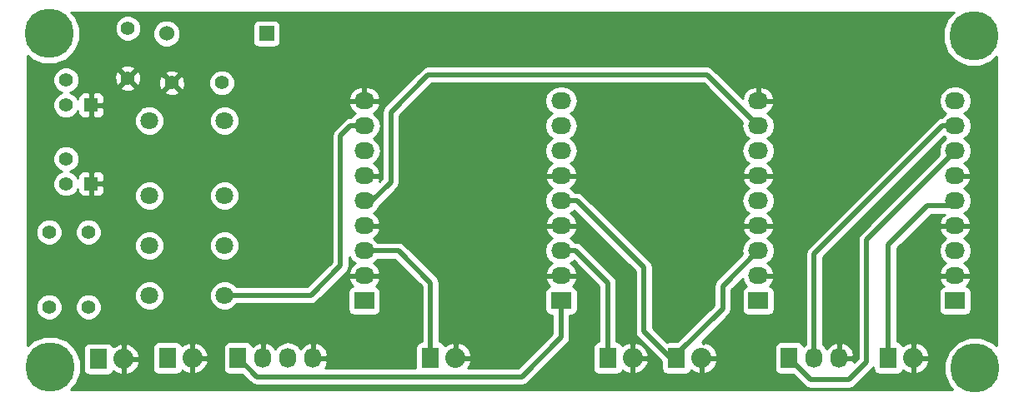
<source format=gtl>
G04 #@! TF.FileFunction,Copper,L1,Top,Signal*
%FSLAX45Y45*%
G04 Gerber Fmt 4.5, Leading zero omitted, Abs format (unit mm)*
G04 Created by KiCad (PCBNEW (2015-01-25 BZR 5388)-product) date Mo 03 Aug 2015 14:20:38 CEST*
%MOMM*%
G01*
G04 APERTURE LIST*
%ADD10C,0.150000*%
%ADD11R,1.800000X2.032000*%
%ADD12O,2.032000X2.032000*%
%ADD13C,5.001260*%
%ADD14C,1.397000*%
%ADD15R,1.524000X1.524000*%
%ADD16C,1.524000*%
%ADD17R,2.032000X1.727200*%
%ADD18O,2.032000X1.727200*%
%ADD19R,1.727200X2.032000*%
%ADD20O,1.727200X2.032000*%
%ADD21R,1.397000X1.397000*%
%ADD22C,1.798320*%
%ADD23C,0.508000*%
%ADD24C,0.254000*%
G04 APERTURE END LIST*
D10*
D11*
X20923000Y-9200000D03*
D12*
X21177000Y-9200000D03*
D11*
X18773000Y-9200000D03*
D12*
X19027000Y-9200000D03*
D11*
X18073000Y-9200000D03*
D12*
X18327000Y-9200000D03*
D11*
X16273000Y-9200000D03*
D12*
X16527000Y-9200000D03*
D11*
X13603000Y-9200000D03*
D12*
X13857000Y-9200000D03*
D11*
X12903000Y-9210000D03*
D12*
X13157000Y-9210000D03*
D13*
X21790000Y-5920000D03*
X12410000Y-9290000D03*
X21800000Y-9300000D03*
X12400000Y-5900000D03*
D14*
X14154000Y-6400000D03*
X13646000Y-6400000D03*
X13200000Y-5846000D03*
X13200000Y-6354000D03*
D15*
X14608000Y-5900000D03*
D16*
X13592000Y-5900000D03*
D17*
X15600000Y-8616000D03*
D18*
X15600000Y-8362000D03*
X15600000Y-8108000D03*
X15600000Y-7854000D03*
X15600000Y-7600000D03*
X15600000Y-7346000D03*
X15600000Y-7092000D03*
X15600000Y-6838000D03*
X15600000Y-6584000D03*
D17*
X17600000Y-8616000D03*
D18*
X17600000Y-8362000D03*
X17600000Y-8108000D03*
X17600000Y-7854000D03*
X17600000Y-7600000D03*
X17600000Y-7346000D03*
X17600000Y-7092000D03*
X17600000Y-6838000D03*
X17600000Y-6584000D03*
D19*
X14319000Y-9200000D03*
D20*
X14573000Y-9200000D03*
X14827000Y-9200000D03*
X15081000Y-9200000D03*
D17*
X19600000Y-8616000D03*
D18*
X19600000Y-8362000D03*
X19600000Y-8108000D03*
X19600000Y-7854000D03*
X19600000Y-7600000D03*
X19600000Y-7346000D03*
X19600000Y-7092000D03*
X19600000Y-6838000D03*
X19600000Y-6584000D03*
D17*
X21600000Y-8616000D03*
D18*
X21600000Y-8362000D03*
X21600000Y-8108000D03*
X21600000Y-7854000D03*
X21600000Y-7600000D03*
X21600000Y-7346000D03*
X21600000Y-7092000D03*
X21600000Y-6838000D03*
X21600000Y-6584000D03*
D21*
X12827000Y-7427000D03*
D14*
X12573000Y-7427000D03*
X12573000Y-7173000D03*
D21*
X12827000Y-6627000D03*
D14*
X12573000Y-6627000D03*
X12573000Y-6373000D03*
X12400000Y-7919000D03*
X12400000Y-8681000D03*
X12800000Y-7919000D03*
X12800000Y-8681000D03*
D22*
X14181000Y-8563600D03*
X14181000Y-8055600D03*
X14181000Y-7547600D03*
X13419000Y-8563600D03*
X13419000Y-8055600D03*
X13419000Y-7547600D03*
X14181000Y-6785600D03*
X13419000Y-6785600D03*
D19*
X19916000Y-9200000D03*
D20*
X20170000Y-9200000D03*
X20424000Y-9200000D03*
D23*
X19600000Y-8616000D02*
X19600000Y-8640000D01*
X15600000Y-8616000D02*
X15600000Y-8650000D01*
X15600000Y-8108000D02*
X15948000Y-8108000D01*
X16273000Y-8433000D02*
X16273000Y-9200000D01*
X15948000Y-8108000D02*
X16273000Y-8433000D01*
X14181000Y-8563600D02*
X15056400Y-8563600D01*
X15462000Y-6838000D02*
X15600000Y-6838000D01*
X15360000Y-6940000D02*
X15462000Y-6838000D01*
X15360000Y-8260000D02*
X15360000Y-6940000D01*
X15056400Y-8563600D02*
X15360000Y-8260000D01*
X18073000Y-9200000D02*
X18073000Y-8433000D01*
X17748000Y-8108000D02*
X17600000Y-8108000D01*
X18073000Y-8433000D02*
X17748000Y-8108000D01*
X14319000Y-9200000D02*
X14320000Y-9200000D01*
X14320000Y-9200000D02*
X14510000Y-9390000D01*
X17600000Y-8990000D02*
X17600000Y-8616000D01*
X17200000Y-9390000D02*
X17600000Y-8990000D01*
X14510000Y-9390000D02*
X17200000Y-9390000D01*
X17600000Y-8630000D02*
X17600000Y-8616000D01*
X14319000Y-9200000D02*
X14319000Y-9171000D01*
X17544000Y-8616000D02*
X17600000Y-8616000D01*
X18773000Y-9200000D02*
X18773000Y-9167000D01*
X18773000Y-9167000D02*
X19240000Y-8700000D01*
X19240000Y-8468000D02*
X19600000Y-8108000D01*
X19240000Y-8700000D02*
X19240000Y-8468000D01*
X17600000Y-7600000D02*
X17760000Y-7600000D01*
X18440000Y-8930000D02*
X18710000Y-9200000D01*
X18440000Y-8280000D02*
X18440000Y-8930000D01*
X17760000Y-7600000D02*
X18440000Y-8280000D01*
X18710000Y-9200000D02*
X18773000Y-9200000D01*
X20923000Y-9200000D02*
X20923000Y-8047000D01*
X21320000Y-7650000D02*
X21550000Y-7650000D01*
X20923000Y-8047000D02*
X21320000Y-7650000D01*
X21550000Y-7650000D02*
X21600000Y-7600000D01*
X21600000Y-7092000D02*
X21600000Y-7100000D01*
X21600000Y-7100000D02*
X20700000Y-8000000D01*
X20136000Y-9420000D02*
X19916000Y-9200000D01*
X20520000Y-9420000D02*
X20136000Y-9420000D01*
X20700000Y-9240000D02*
X20520000Y-9420000D01*
X20700000Y-8000000D02*
X20700000Y-9240000D01*
X21558000Y-7050000D02*
X21600000Y-7092000D01*
X21600000Y-6838000D02*
X21472000Y-6838000D01*
X20170000Y-8140000D02*
X20170000Y-9200000D01*
X21472000Y-6838000D02*
X20170000Y-8140000D01*
X15600000Y-7600000D02*
X15680000Y-7600000D01*
X15680000Y-7600000D02*
X15870000Y-7410000D01*
X15870000Y-7410000D02*
X15870000Y-6700000D01*
X15870000Y-6700000D02*
X16250000Y-6320000D01*
X16250000Y-6320000D02*
X19082000Y-6320000D01*
X19082000Y-6320000D02*
X19600000Y-6838000D01*
D24*
G36*
X21507037Y-6965000D02*
X21475559Y-6986033D01*
X21443073Y-7034651D01*
X21431666Y-7092000D01*
X21440062Y-7134214D01*
X20637138Y-7937138D01*
X20617867Y-7965979D01*
X20611100Y-8000000D01*
X20611100Y-9203176D01*
X20569524Y-9244753D01*
X20572518Y-9236191D01*
X20572518Y-9163809D01*
X20553195Y-9108568D01*
X20514204Y-9064927D01*
X20461479Y-9039529D01*
X20459903Y-9039264D01*
X20436700Y-9051378D01*
X20436700Y-9187300D01*
X20558092Y-9187300D01*
X20572518Y-9163809D01*
X20572518Y-9236191D01*
X20558092Y-9212700D01*
X20436700Y-9212700D01*
X20436700Y-9214700D01*
X20411300Y-9214700D01*
X20411300Y-9212700D01*
X20409300Y-9212700D01*
X20409300Y-9187300D01*
X20411300Y-9187300D01*
X20411300Y-9051378D01*
X20388097Y-9039264D01*
X20386521Y-9039529D01*
X20333796Y-9064927D01*
X20296646Y-9106507D01*
X20275967Y-9075559D01*
X20258900Y-9064155D01*
X20258900Y-8176824D01*
X21485269Y-6950455D01*
X21507037Y-6965000D01*
X21507037Y-6965000D01*
G37*
X21507037Y-6965000D02*
X21475559Y-6986033D01*
X21443073Y-7034651D01*
X21431666Y-7092000D01*
X21440062Y-7134214D01*
X20637138Y-7937138D01*
X20617867Y-7965979D01*
X20611100Y-8000000D01*
X20611100Y-9203176D01*
X20569524Y-9244753D01*
X20572518Y-9236191D01*
X20572518Y-9163809D01*
X20553195Y-9108568D01*
X20514204Y-9064927D01*
X20461479Y-9039529D01*
X20459903Y-9039264D01*
X20436700Y-9051378D01*
X20436700Y-9187300D01*
X20558092Y-9187300D01*
X20572518Y-9163809D01*
X20572518Y-9236191D01*
X20558092Y-9212700D01*
X20436700Y-9212700D01*
X20436700Y-9214700D01*
X20411300Y-9214700D01*
X20411300Y-9212700D01*
X20409300Y-9212700D01*
X20409300Y-9187300D01*
X20411300Y-9187300D01*
X20411300Y-9051378D01*
X20388097Y-9039264D01*
X20386521Y-9039529D01*
X20333796Y-9064927D01*
X20296646Y-9106507D01*
X20275967Y-9075559D01*
X20258900Y-9064155D01*
X20258900Y-8176824D01*
X21485269Y-6950455D01*
X21507037Y-6965000D01*
G36*
X22017450Y-9073997D02*
X21977851Y-9034329D01*
X21862645Y-8986492D01*
X21768335Y-8986409D01*
X21768335Y-8108000D01*
X21768335Y-7600000D01*
X21756927Y-7542651D01*
X21724442Y-7494033D01*
X21693493Y-7473354D01*
X21735073Y-7436204D01*
X21760471Y-7383479D01*
X21760736Y-7381903D01*
X21748622Y-7358700D01*
X21612700Y-7358700D01*
X21612700Y-7360700D01*
X21587300Y-7360700D01*
X21587300Y-7358700D01*
X21585300Y-7358700D01*
X21585300Y-7333300D01*
X21587300Y-7333300D01*
X21587300Y-7331300D01*
X21612700Y-7331300D01*
X21612700Y-7333300D01*
X21748622Y-7333300D01*
X21760736Y-7310097D01*
X21760471Y-7308521D01*
X21735073Y-7255796D01*
X21693493Y-7218646D01*
X21724442Y-7197967D01*
X21756927Y-7149349D01*
X21768335Y-7092000D01*
X21756927Y-7034651D01*
X21724442Y-6986033D01*
X21692963Y-6965000D01*
X21724442Y-6943967D01*
X21756927Y-6895349D01*
X21768335Y-6838000D01*
X21756927Y-6780651D01*
X21724442Y-6732033D01*
X21692963Y-6711000D01*
X21724442Y-6689967D01*
X21756927Y-6641349D01*
X21768335Y-6584000D01*
X21756927Y-6526651D01*
X21724442Y-6478033D01*
X21675823Y-6445547D01*
X21618475Y-6434140D01*
X21581526Y-6434140D01*
X21524177Y-6445547D01*
X21475559Y-6478033D01*
X21443073Y-6526651D01*
X21431666Y-6584000D01*
X21443073Y-6641349D01*
X21475559Y-6689967D01*
X21507037Y-6711000D01*
X21475559Y-6732033D01*
X21462952Y-6750900D01*
X21437980Y-6755867D01*
X21409138Y-6775138D01*
X20107138Y-8077138D01*
X20087867Y-8105979D01*
X20081100Y-8140000D01*
X20081100Y-9064155D01*
X20064033Y-9075559D01*
X20062978Y-9077137D01*
X20062406Y-9074188D01*
X20048427Y-9052907D01*
X20027324Y-9038662D01*
X20002360Y-9033656D01*
X19829640Y-9033656D01*
X19805428Y-9038354D01*
X19784147Y-9052333D01*
X19769902Y-9073436D01*
X19768335Y-9081254D01*
X19768335Y-8108000D01*
X19768335Y-7600000D01*
X19768335Y-7092000D01*
X19756927Y-7034651D01*
X19724442Y-6986033D01*
X19692963Y-6965000D01*
X19724442Y-6943967D01*
X19756927Y-6895349D01*
X19768335Y-6838000D01*
X19756927Y-6780651D01*
X19724442Y-6732033D01*
X19693493Y-6711354D01*
X19735073Y-6674204D01*
X19760471Y-6621479D01*
X19760736Y-6619903D01*
X19760736Y-6548097D01*
X19760471Y-6546521D01*
X19735073Y-6493796D01*
X19691432Y-6454805D01*
X19636191Y-6435482D01*
X19612700Y-6449908D01*
X19612700Y-6571300D01*
X19748622Y-6571300D01*
X19760736Y-6548097D01*
X19760736Y-6619903D01*
X19748622Y-6596700D01*
X19612700Y-6596700D01*
X19612700Y-6598700D01*
X19587300Y-6598700D01*
X19587300Y-6596700D01*
X19585300Y-6596700D01*
X19585300Y-6571300D01*
X19587300Y-6571300D01*
X19587300Y-6449908D01*
X19563809Y-6435482D01*
X19508568Y-6454805D01*
X19464927Y-6493796D01*
X19439529Y-6546521D01*
X19439264Y-6548097D01*
X19443026Y-6555302D01*
X19144862Y-6257138D01*
X19116021Y-6237867D01*
X19082000Y-6231100D01*
X16250000Y-6231100D01*
X16215979Y-6237867D01*
X16187138Y-6257138D01*
X15807138Y-6637138D01*
X15787867Y-6665979D01*
X15781100Y-6700000D01*
X15781100Y-7373176D01*
X15750873Y-7403403D01*
X15760471Y-7383479D01*
X15760736Y-7381903D01*
X15748622Y-7358700D01*
X15612700Y-7358700D01*
X15612700Y-7360700D01*
X15587300Y-7360700D01*
X15587300Y-7358700D01*
X15585300Y-7358700D01*
X15585300Y-7333300D01*
X15587300Y-7333300D01*
X15587300Y-7331300D01*
X15612700Y-7331300D01*
X15612700Y-7333300D01*
X15748622Y-7333300D01*
X15760736Y-7310097D01*
X15760471Y-7308521D01*
X15735073Y-7255796D01*
X15693493Y-7218646D01*
X15724441Y-7197967D01*
X15756927Y-7149349D01*
X15768334Y-7092000D01*
X15756927Y-7034651D01*
X15724441Y-6986033D01*
X15692963Y-6965000D01*
X15724441Y-6943967D01*
X15756927Y-6895349D01*
X15768334Y-6838000D01*
X15756927Y-6780651D01*
X15724441Y-6732033D01*
X15693493Y-6711354D01*
X15735073Y-6674204D01*
X15760471Y-6621479D01*
X15760736Y-6619903D01*
X15760736Y-6548097D01*
X15760471Y-6546521D01*
X15735073Y-6493796D01*
X15691432Y-6454805D01*
X15636191Y-6435482D01*
X15612700Y-6449908D01*
X15612700Y-6571300D01*
X15748622Y-6571300D01*
X15760736Y-6548097D01*
X15760736Y-6619903D01*
X15748622Y-6596700D01*
X15612700Y-6596700D01*
X15612700Y-6598700D01*
X15587300Y-6598700D01*
X15587300Y-6596700D01*
X15587300Y-6571300D01*
X15587300Y-6449908D01*
X15563809Y-6435482D01*
X15508568Y-6454805D01*
X15464927Y-6493796D01*
X15439529Y-6546521D01*
X15439264Y-6548097D01*
X15451378Y-6571300D01*
X15587300Y-6571300D01*
X15587300Y-6596700D01*
X15451378Y-6596700D01*
X15439264Y-6619903D01*
X15439529Y-6621479D01*
X15464927Y-6674204D01*
X15506507Y-6711354D01*
X15475558Y-6732033D01*
X15464155Y-6749100D01*
X15462000Y-6749100D01*
X15427979Y-6755867D01*
X15399138Y-6775138D01*
X15297138Y-6877138D01*
X15277867Y-6905979D01*
X15271100Y-6940000D01*
X15271100Y-8223176D01*
X15019576Y-8474700D01*
X14748944Y-8474700D01*
X14748944Y-5976200D01*
X14748944Y-5823800D01*
X14744246Y-5799588D01*
X14730267Y-5778307D01*
X14709164Y-5764062D01*
X14684200Y-5759056D01*
X14531800Y-5759056D01*
X14507588Y-5763754D01*
X14486307Y-5777733D01*
X14472062Y-5798836D01*
X14467056Y-5823800D01*
X14467056Y-5976200D01*
X14471754Y-6000412D01*
X14485733Y-6021693D01*
X14506836Y-6035938D01*
X14531800Y-6040944D01*
X14684200Y-6040944D01*
X14708412Y-6036246D01*
X14729693Y-6022267D01*
X14743938Y-6001164D01*
X14748944Y-5976200D01*
X14748944Y-8474700D01*
X14334443Y-8474700D01*
X14334443Y-8025218D01*
X14334443Y-7517218D01*
X14334443Y-6755218D01*
X14311136Y-6698810D01*
X14287373Y-6675006D01*
X14287373Y-6373591D01*
X14267115Y-6324562D01*
X14229635Y-6287017D01*
X14180641Y-6266673D01*
X14127591Y-6266627D01*
X14078562Y-6286885D01*
X14041017Y-6324365D01*
X14020673Y-6373359D01*
X14020627Y-6426409D01*
X14040885Y-6475438D01*
X14078365Y-6512983D01*
X14127359Y-6533327D01*
X14180409Y-6533373D01*
X14229438Y-6513115D01*
X14266983Y-6475635D01*
X14287327Y-6426641D01*
X14287373Y-6373591D01*
X14287373Y-6675006D01*
X14268017Y-6655616D01*
X14211650Y-6632211D01*
X14150618Y-6632157D01*
X14094210Y-6655464D01*
X14051016Y-6698583D01*
X14027611Y-6754950D01*
X14027557Y-6815982D01*
X14050864Y-6872390D01*
X14093983Y-6915584D01*
X14150350Y-6938989D01*
X14211382Y-6939043D01*
X14267790Y-6915736D01*
X14310984Y-6872617D01*
X14334389Y-6816250D01*
X14334443Y-6755218D01*
X14334443Y-7517218D01*
X14311136Y-7460810D01*
X14268017Y-7417616D01*
X14211650Y-7394211D01*
X14150618Y-7394157D01*
X14094210Y-7417464D01*
X14051016Y-7460583D01*
X14027611Y-7516950D01*
X14027557Y-7577982D01*
X14050864Y-7634390D01*
X14093983Y-7677584D01*
X14150350Y-7700989D01*
X14211382Y-7701043D01*
X14267790Y-7677736D01*
X14310984Y-7634617D01*
X14334389Y-7578250D01*
X14334443Y-7517218D01*
X14334443Y-8025218D01*
X14311136Y-7968810D01*
X14268017Y-7925616D01*
X14211650Y-7902211D01*
X14150618Y-7902157D01*
X14094210Y-7925464D01*
X14051016Y-7968583D01*
X14027611Y-8024950D01*
X14027557Y-8085982D01*
X14050864Y-8142390D01*
X14093983Y-8185584D01*
X14150350Y-8208989D01*
X14211382Y-8209043D01*
X14267790Y-8185736D01*
X14310984Y-8142617D01*
X14334389Y-8086250D01*
X14334443Y-8025218D01*
X14334443Y-8474700D01*
X14309029Y-8474700D01*
X14268017Y-8433616D01*
X14211650Y-8410211D01*
X14150618Y-8410157D01*
X14094210Y-8433464D01*
X14051016Y-8476583D01*
X14027611Y-8532950D01*
X14027557Y-8593982D01*
X14050864Y-8650390D01*
X14093983Y-8693584D01*
X14150350Y-8716989D01*
X14211382Y-8717043D01*
X14267790Y-8693736D01*
X14309097Y-8652500D01*
X15056400Y-8652500D01*
X15090420Y-8645733D01*
X15090421Y-8645733D01*
X15119262Y-8626462D01*
X15422862Y-8322862D01*
X15442133Y-8294021D01*
X15448900Y-8260000D01*
X15448900Y-8174070D01*
X15475558Y-8213967D01*
X15506507Y-8234646D01*
X15464927Y-8271796D01*
X15439529Y-8324521D01*
X15439264Y-8326097D01*
X15451378Y-8349300D01*
X15587300Y-8349300D01*
X15587300Y-8347300D01*
X15612700Y-8347300D01*
X15612700Y-8349300D01*
X15748622Y-8349300D01*
X15760736Y-8326097D01*
X15760471Y-8324521D01*
X15735073Y-8271796D01*
X15693493Y-8234646D01*
X15724441Y-8213967D01*
X15735845Y-8196900D01*
X15911176Y-8196900D01*
X16184100Y-8469824D01*
X16184100Y-9033656D01*
X16183000Y-9033656D01*
X16158788Y-9038354D01*
X16137507Y-9052333D01*
X16123262Y-9073436D01*
X16118256Y-9098400D01*
X16118256Y-9301100D01*
X15766344Y-9301100D01*
X15766344Y-8702360D01*
X15766344Y-8529640D01*
X15761646Y-8505428D01*
X15747667Y-8484147D01*
X15726564Y-8469902D01*
X15717335Y-8468052D01*
X15735073Y-8452204D01*
X15760471Y-8399479D01*
X15760736Y-8397903D01*
X15748622Y-8374700D01*
X15612700Y-8374700D01*
X15612700Y-8376700D01*
X15587300Y-8376700D01*
X15587300Y-8374700D01*
X15451378Y-8374700D01*
X15439264Y-8397903D01*
X15439529Y-8399479D01*
X15464927Y-8452204D01*
X15482570Y-8467967D01*
X15474188Y-8469594D01*
X15452907Y-8483573D01*
X15438662Y-8504676D01*
X15433656Y-8529640D01*
X15433656Y-8702360D01*
X15438354Y-8726572D01*
X15452333Y-8747853D01*
X15473436Y-8762098D01*
X15498400Y-8767104D01*
X15701600Y-8767104D01*
X15725812Y-8762406D01*
X15747093Y-8748427D01*
X15761338Y-8727324D01*
X15766344Y-8702360D01*
X15766344Y-9301100D01*
X15201557Y-9301100D01*
X15210195Y-9291432D01*
X15229518Y-9236191D01*
X15229518Y-9163809D01*
X15210195Y-9108568D01*
X15171204Y-9064927D01*
X15118479Y-9039529D01*
X15116903Y-9039264D01*
X15093700Y-9051378D01*
X15093700Y-9187300D01*
X15215092Y-9187300D01*
X15229518Y-9163809D01*
X15229518Y-9236191D01*
X15215092Y-9212700D01*
X15093700Y-9212700D01*
X15093700Y-9214700D01*
X15068300Y-9214700D01*
X15068300Y-9212700D01*
X15066300Y-9212700D01*
X15066300Y-9187300D01*
X15068300Y-9187300D01*
X15068300Y-9051378D01*
X15045097Y-9039264D01*
X15043521Y-9039529D01*
X14990796Y-9064927D01*
X14953646Y-9106507D01*
X14932967Y-9075559D01*
X14884349Y-9043073D01*
X14827000Y-9031666D01*
X14769651Y-9043073D01*
X14721033Y-9075559D01*
X14700354Y-9106507D01*
X14663204Y-9064927D01*
X14610479Y-9039529D01*
X14608903Y-9039264D01*
X14585700Y-9051378D01*
X14585700Y-9187300D01*
X14587700Y-9187300D01*
X14587700Y-9212700D01*
X14585700Y-9212700D01*
X14585700Y-9214700D01*
X14560300Y-9214700D01*
X14560300Y-9212700D01*
X14558300Y-9212700D01*
X14558300Y-9187300D01*
X14560300Y-9187300D01*
X14560300Y-9051378D01*
X14537097Y-9039264D01*
X14535521Y-9039529D01*
X14482796Y-9064927D01*
X14467033Y-9082570D01*
X14465406Y-9074188D01*
X14451427Y-9052907D01*
X14430324Y-9038662D01*
X14405360Y-9033656D01*
X14232640Y-9033656D01*
X14208428Y-9038354D01*
X14187147Y-9052333D01*
X14172902Y-9073436D01*
X14167896Y-9098400D01*
X14167896Y-9301600D01*
X14172594Y-9325812D01*
X14186573Y-9347093D01*
X14207676Y-9361338D01*
X14232640Y-9366344D01*
X14360620Y-9366344D01*
X14447138Y-9452862D01*
X14475979Y-9472133D01*
X14475979Y-9472133D01*
X14510000Y-9478900D01*
X17200000Y-9478900D01*
X17234021Y-9472133D01*
X17234021Y-9472133D01*
X17262862Y-9452862D01*
X17662862Y-9052862D01*
X17682133Y-9024021D01*
X17688900Y-8990000D01*
X17688900Y-8767104D01*
X17701600Y-8767104D01*
X17725812Y-8762406D01*
X17747093Y-8748427D01*
X17761338Y-8727324D01*
X17766344Y-8702360D01*
X17766344Y-8529640D01*
X17761646Y-8505428D01*
X17747667Y-8484147D01*
X17726564Y-8469902D01*
X17717335Y-8468052D01*
X17735073Y-8452204D01*
X17760471Y-8399479D01*
X17760736Y-8397903D01*
X17748622Y-8374700D01*
X17612700Y-8374700D01*
X17612700Y-8376700D01*
X17587300Y-8376700D01*
X17587300Y-8374700D01*
X17451378Y-8374700D01*
X17439264Y-8397903D01*
X17439529Y-8399479D01*
X17464927Y-8452204D01*
X17482570Y-8467967D01*
X17474188Y-8469594D01*
X17452907Y-8483573D01*
X17438662Y-8504676D01*
X17433656Y-8529640D01*
X17433656Y-8702360D01*
X17438354Y-8726572D01*
X17452333Y-8747853D01*
X17473436Y-8762098D01*
X17498400Y-8767104D01*
X17511100Y-8767104D01*
X17511100Y-8953176D01*
X17163176Y-9301100D01*
X16654084Y-9301100D01*
X16667638Y-9286482D01*
X16687597Y-9238294D01*
X16687597Y-9161706D01*
X16667638Y-9113518D01*
X16623838Y-9066281D01*
X16565295Y-9039402D01*
X16539700Y-9051263D01*
X16539700Y-9187300D01*
X16675684Y-9187300D01*
X16687597Y-9161706D01*
X16687597Y-9238294D01*
X16675684Y-9212700D01*
X16539700Y-9212700D01*
X16539700Y-9214700D01*
X16514300Y-9214700D01*
X16514300Y-9212700D01*
X16512300Y-9212700D01*
X16512300Y-9187300D01*
X16514300Y-9187300D01*
X16514300Y-9051263D01*
X16488705Y-9039402D01*
X16430162Y-9066281D01*
X16422957Y-9074052D01*
X16409067Y-9052907D01*
X16387964Y-9038662D01*
X16363000Y-9033656D01*
X16361900Y-9033656D01*
X16361900Y-8433000D01*
X16355133Y-8398980D01*
X16355133Y-8398979D01*
X16335862Y-8370138D01*
X16010862Y-8045138D01*
X15982021Y-8025867D01*
X15948000Y-8019100D01*
X15735845Y-8019100D01*
X15724441Y-8002033D01*
X15693493Y-7981354D01*
X15735073Y-7944204D01*
X15760471Y-7891479D01*
X15760736Y-7889903D01*
X15748622Y-7866700D01*
X15612700Y-7866700D01*
X15612700Y-7868700D01*
X15587300Y-7868700D01*
X15587300Y-7866700D01*
X15585300Y-7866700D01*
X15585300Y-7841300D01*
X15587300Y-7841300D01*
X15587300Y-7839300D01*
X15612700Y-7839300D01*
X15612700Y-7841300D01*
X15748622Y-7841300D01*
X15760736Y-7818097D01*
X15760471Y-7816521D01*
X15735073Y-7763796D01*
X15693493Y-7726646D01*
X15724441Y-7705967D01*
X15756927Y-7657349D01*
X15759051Y-7646673D01*
X15932862Y-7472862D01*
X15952133Y-7444021D01*
X15952133Y-7444020D01*
X15958900Y-7410000D01*
X15958900Y-6736824D01*
X16286824Y-6408900D01*
X19045176Y-6408900D01*
X19438735Y-6802459D01*
X19431666Y-6838000D01*
X19443073Y-6895349D01*
X19475559Y-6943967D01*
X19507037Y-6965000D01*
X19475559Y-6986033D01*
X19443073Y-7034651D01*
X19431666Y-7092000D01*
X19443073Y-7149349D01*
X19475559Y-7197967D01*
X19506507Y-7218646D01*
X19464927Y-7255796D01*
X19439529Y-7308521D01*
X19439264Y-7310097D01*
X19451378Y-7333300D01*
X19587300Y-7333300D01*
X19587300Y-7331300D01*
X19612700Y-7331300D01*
X19612700Y-7333300D01*
X19748622Y-7333300D01*
X19760736Y-7310097D01*
X19760471Y-7308521D01*
X19735073Y-7255796D01*
X19693493Y-7218646D01*
X19724442Y-7197967D01*
X19756927Y-7149349D01*
X19768335Y-7092000D01*
X19768335Y-7600000D01*
X19756927Y-7542651D01*
X19724442Y-7494033D01*
X19693493Y-7473354D01*
X19735073Y-7436204D01*
X19760471Y-7383479D01*
X19760736Y-7381903D01*
X19748622Y-7358700D01*
X19612700Y-7358700D01*
X19612700Y-7360700D01*
X19587300Y-7360700D01*
X19587300Y-7358700D01*
X19451378Y-7358700D01*
X19439264Y-7381903D01*
X19439529Y-7383479D01*
X19464927Y-7436204D01*
X19506507Y-7473354D01*
X19475559Y-7494033D01*
X19443073Y-7542651D01*
X19431666Y-7600000D01*
X19443073Y-7657349D01*
X19475559Y-7705967D01*
X19506507Y-7726646D01*
X19464927Y-7763796D01*
X19439529Y-7816521D01*
X19439264Y-7818097D01*
X19451378Y-7841300D01*
X19587300Y-7841300D01*
X19587300Y-7839300D01*
X19612700Y-7839300D01*
X19612700Y-7841300D01*
X19748622Y-7841300D01*
X19760736Y-7818097D01*
X19760471Y-7816521D01*
X19735073Y-7763796D01*
X19693493Y-7726646D01*
X19724442Y-7705967D01*
X19756927Y-7657349D01*
X19768335Y-7600000D01*
X19768335Y-8108000D01*
X19756927Y-8050651D01*
X19724442Y-8002033D01*
X19693493Y-7981354D01*
X19735073Y-7944204D01*
X19760471Y-7891479D01*
X19760736Y-7889903D01*
X19748622Y-7866700D01*
X19612700Y-7866700D01*
X19612700Y-7868700D01*
X19587300Y-7868700D01*
X19587300Y-7866700D01*
X19451378Y-7866700D01*
X19439264Y-7889903D01*
X19439529Y-7891479D01*
X19464927Y-7944204D01*
X19506507Y-7981354D01*
X19475559Y-8002033D01*
X19443073Y-8050651D01*
X19431666Y-8108000D01*
X19438735Y-8143541D01*
X19177138Y-8405138D01*
X19157867Y-8433979D01*
X19151100Y-8468000D01*
X19151100Y-8663176D01*
X18780620Y-9033656D01*
X18683000Y-9033656D01*
X18671593Y-9035869D01*
X18528900Y-8893176D01*
X18528900Y-8280000D01*
X18522133Y-8245979D01*
X18522133Y-8245979D01*
X18502862Y-8217138D01*
X17822862Y-7537138D01*
X17794021Y-7517867D01*
X17768335Y-7512758D01*
X17768335Y-7092000D01*
X17756927Y-7034651D01*
X17724442Y-6986033D01*
X17692963Y-6965000D01*
X17724442Y-6943967D01*
X17756927Y-6895349D01*
X17768335Y-6838000D01*
X17756927Y-6780651D01*
X17724442Y-6732033D01*
X17692963Y-6711000D01*
X17724442Y-6689967D01*
X17756927Y-6641349D01*
X17768335Y-6584000D01*
X17756927Y-6526651D01*
X17724442Y-6478033D01*
X17675823Y-6445547D01*
X17618475Y-6434140D01*
X17581526Y-6434140D01*
X17524177Y-6445547D01*
X17475559Y-6478033D01*
X17443073Y-6526651D01*
X17431666Y-6584000D01*
X17443073Y-6641349D01*
X17475559Y-6689967D01*
X17507037Y-6711000D01*
X17475559Y-6732033D01*
X17443073Y-6780651D01*
X17431666Y-6838000D01*
X17443073Y-6895349D01*
X17475559Y-6943967D01*
X17507037Y-6965000D01*
X17475559Y-6986033D01*
X17443073Y-7034651D01*
X17431666Y-7092000D01*
X17443073Y-7149349D01*
X17475559Y-7197967D01*
X17506507Y-7218646D01*
X17464927Y-7255796D01*
X17439529Y-7308521D01*
X17439264Y-7310097D01*
X17451378Y-7333300D01*
X17587300Y-7333300D01*
X17587300Y-7331300D01*
X17612700Y-7331300D01*
X17612700Y-7333300D01*
X17748622Y-7333300D01*
X17760736Y-7310097D01*
X17760471Y-7308521D01*
X17735073Y-7255796D01*
X17693493Y-7218646D01*
X17724442Y-7197967D01*
X17756927Y-7149349D01*
X17768335Y-7092000D01*
X17768335Y-7512758D01*
X17760000Y-7511100D01*
X17735845Y-7511100D01*
X17724442Y-7494033D01*
X17693493Y-7473354D01*
X17735073Y-7436204D01*
X17760471Y-7383479D01*
X17760736Y-7381903D01*
X17748622Y-7358700D01*
X17612700Y-7358700D01*
X17612700Y-7360700D01*
X17587300Y-7360700D01*
X17587300Y-7358700D01*
X17451378Y-7358700D01*
X17439264Y-7381903D01*
X17439529Y-7383479D01*
X17464927Y-7436204D01*
X17506507Y-7473354D01*
X17475559Y-7494033D01*
X17443073Y-7542651D01*
X17431666Y-7600000D01*
X17443073Y-7657349D01*
X17475559Y-7705967D01*
X17506507Y-7726646D01*
X17464927Y-7763796D01*
X17439529Y-7816521D01*
X17439264Y-7818097D01*
X17451378Y-7841300D01*
X17587300Y-7841300D01*
X17587300Y-7839300D01*
X17612700Y-7839300D01*
X17612700Y-7841300D01*
X17748622Y-7841300D01*
X17760736Y-7818097D01*
X17760471Y-7816521D01*
X17735073Y-7763796D01*
X17693493Y-7726646D01*
X17724442Y-7705967D01*
X17730771Y-7696494D01*
X18351100Y-8316824D01*
X18351100Y-8930000D01*
X18357867Y-8964021D01*
X18377138Y-8992862D01*
X18618256Y-9233980D01*
X18618256Y-9301600D01*
X18622954Y-9325812D01*
X18636933Y-9347093D01*
X18658036Y-9361338D01*
X18683000Y-9366344D01*
X18863000Y-9366344D01*
X18887212Y-9361646D01*
X18908493Y-9347667D01*
X18922738Y-9326564D01*
X18922878Y-9325863D01*
X18930162Y-9333719D01*
X18988705Y-9360598D01*
X19014300Y-9348737D01*
X19014300Y-9212700D01*
X19012300Y-9212700D01*
X19012300Y-9187300D01*
X19014300Y-9187300D01*
X19014300Y-9185300D01*
X19039700Y-9185300D01*
X19039700Y-9187300D01*
X19175684Y-9187300D01*
X19187598Y-9161706D01*
X19167639Y-9113518D01*
X19123838Y-9066281D01*
X19065295Y-9039402D01*
X19039700Y-9051263D01*
X19039700Y-9034900D01*
X19030824Y-9034900D01*
X19302862Y-8762862D01*
X19322133Y-8734021D01*
X19328900Y-8700000D01*
X19328900Y-8504824D01*
X19443026Y-8390698D01*
X19439264Y-8397903D01*
X19439529Y-8399479D01*
X19464927Y-8452204D01*
X19482570Y-8467967D01*
X19474188Y-8469594D01*
X19452907Y-8483573D01*
X19438662Y-8504676D01*
X19433656Y-8529640D01*
X19433656Y-8702360D01*
X19438354Y-8726572D01*
X19452333Y-8747853D01*
X19473436Y-8762098D01*
X19498400Y-8767104D01*
X19701600Y-8767104D01*
X19725812Y-8762406D01*
X19747093Y-8748427D01*
X19761338Y-8727324D01*
X19766344Y-8702360D01*
X19766344Y-8529640D01*
X19761646Y-8505428D01*
X19747667Y-8484147D01*
X19726564Y-8469902D01*
X19717335Y-8468052D01*
X19735073Y-8452204D01*
X19760471Y-8399479D01*
X19760736Y-8397903D01*
X19748622Y-8374700D01*
X19612700Y-8374700D01*
X19612700Y-8376700D01*
X19587300Y-8376700D01*
X19587300Y-8374700D01*
X19585300Y-8374700D01*
X19585300Y-8349300D01*
X19587300Y-8349300D01*
X19587300Y-8347300D01*
X19612700Y-8347300D01*
X19612700Y-8349300D01*
X19748622Y-8349300D01*
X19760736Y-8326097D01*
X19760471Y-8324521D01*
X19735073Y-8271796D01*
X19693493Y-8234646D01*
X19724442Y-8213967D01*
X19756927Y-8165349D01*
X19768335Y-8108000D01*
X19768335Y-9081254D01*
X19764896Y-9098400D01*
X19764896Y-9301600D01*
X19769594Y-9325812D01*
X19783573Y-9347093D01*
X19804676Y-9361338D01*
X19829640Y-9366344D01*
X19956620Y-9366344D01*
X20073138Y-9482862D01*
X20101979Y-9502133D01*
X20101980Y-9502133D01*
X20136000Y-9508900D01*
X20520000Y-9508900D01*
X20554021Y-9502133D01*
X20554021Y-9502133D01*
X20582862Y-9482862D01*
X20762862Y-9302862D01*
X20768256Y-9294789D01*
X20768256Y-9301600D01*
X20772954Y-9325812D01*
X20786933Y-9347093D01*
X20808036Y-9361338D01*
X20833000Y-9366344D01*
X21013000Y-9366344D01*
X21037212Y-9361646D01*
X21058493Y-9347667D01*
X21072738Y-9326564D01*
X21072878Y-9325863D01*
X21080162Y-9333719D01*
X21138705Y-9360598D01*
X21164300Y-9348737D01*
X21164300Y-9212700D01*
X21162300Y-9212700D01*
X21162300Y-9187300D01*
X21164300Y-9187300D01*
X21164300Y-9051263D01*
X21138705Y-9039402D01*
X21080162Y-9066281D01*
X21072957Y-9074052D01*
X21059067Y-9052907D01*
X21037964Y-9038662D01*
X21013000Y-9033656D01*
X21011900Y-9033656D01*
X21011900Y-8083824D01*
X21356824Y-7738900D01*
X21492792Y-7738900D01*
X21464927Y-7763796D01*
X21439529Y-7816521D01*
X21439264Y-7818097D01*
X21451378Y-7841300D01*
X21587300Y-7841300D01*
X21587300Y-7839300D01*
X21612700Y-7839300D01*
X21612700Y-7841300D01*
X21748622Y-7841300D01*
X21760736Y-7818097D01*
X21760471Y-7816521D01*
X21735073Y-7763796D01*
X21693493Y-7726646D01*
X21724442Y-7705967D01*
X21756927Y-7657349D01*
X21768335Y-7600000D01*
X21768335Y-8108000D01*
X21756927Y-8050651D01*
X21724442Y-8002033D01*
X21693493Y-7981354D01*
X21735073Y-7944204D01*
X21760471Y-7891479D01*
X21760736Y-7889903D01*
X21748622Y-7866700D01*
X21612700Y-7866700D01*
X21612700Y-7868700D01*
X21587300Y-7868700D01*
X21587300Y-7866700D01*
X21451378Y-7866700D01*
X21439264Y-7889903D01*
X21439529Y-7891479D01*
X21464927Y-7944204D01*
X21506507Y-7981354D01*
X21475559Y-8002033D01*
X21443073Y-8050651D01*
X21431666Y-8108000D01*
X21443073Y-8165349D01*
X21475559Y-8213967D01*
X21506507Y-8234646D01*
X21464927Y-8271796D01*
X21439529Y-8324521D01*
X21439264Y-8326097D01*
X21451378Y-8349300D01*
X21587300Y-8349300D01*
X21587300Y-8347300D01*
X21612700Y-8347300D01*
X21612700Y-8349300D01*
X21748622Y-8349300D01*
X21760736Y-8326097D01*
X21760471Y-8324521D01*
X21735073Y-8271796D01*
X21693493Y-8234646D01*
X21724442Y-8213967D01*
X21756927Y-8165349D01*
X21768335Y-8108000D01*
X21768335Y-8986409D01*
X21766344Y-8986408D01*
X21766344Y-8702360D01*
X21766344Y-8529640D01*
X21761646Y-8505428D01*
X21747667Y-8484147D01*
X21726564Y-8469902D01*
X21717335Y-8468052D01*
X21735073Y-8452204D01*
X21760471Y-8399479D01*
X21760736Y-8397903D01*
X21748622Y-8374700D01*
X21612700Y-8374700D01*
X21612700Y-8376700D01*
X21587300Y-8376700D01*
X21587300Y-8374700D01*
X21451378Y-8374700D01*
X21439264Y-8397903D01*
X21439529Y-8399479D01*
X21464927Y-8452204D01*
X21482570Y-8467967D01*
X21474188Y-8469594D01*
X21452907Y-8483573D01*
X21438662Y-8504676D01*
X21433656Y-8529640D01*
X21433656Y-8702360D01*
X21438354Y-8726572D01*
X21452333Y-8747853D01*
X21473436Y-8762098D01*
X21498400Y-8767104D01*
X21701600Y-8767104D01*
X21725812Y-8762406D01*
X21747093Y-8748427D01*
X21761338Y-8727324D01*
X21766344Y-8702360D01*
X21766344Y-8986408D01*
X21737902Y-8986383D01*
X21622613Y-9034019D01*
X21534329Y-9122149D01*
X21486492Y-9237355D01*
X21486383Y-9362098D01*
X21534019Y-9477387D01*
X21574012Y-9517450D01*
X21337598Y-9517450D01*
X21337598Y-9238294D01*
X21337598Y-9161706D01*
X21317639Y-9113518D01*
X21273838Y-9066281D01*
X21215295Y-9039402D01*
X21189700Y-9051263D01*
X21189700Y-9187300D01*
X21325684Y-9187300D01*
X21337598Y-9161706D01*
X21337598Y-9238294D01*
X21325684Y-9212700D01*
X21189700Y-9212700D01*
X21189700Y-9348737D01*
X21215295Y-9360598D01*
X21273838Y-9333719D01*
X21317639Y-9286482D01*
X21337598Y-9238294D01*
X21337598Y-9517450D01*
X19187598Y-9517450D01*
X19187598Y-9238294D01*
X19175684Y-9212700D01*
X19039700Y-9212700D01*
X19039700Y-9348737D01*
X19065295Y-9360598D01*
X19123838Y-9333719D01*
X19167639Y-9286482D01*
X19187598Y-9238294D01*
X19187598Y-9517450D01*
X18487598Y-9517450D01*
X18487598Y-9238294D01*
X18487598Y-9161706D01*
X18467639Y-9113518D01*
X18423838Y-9066281D01*
X18365295Y-9039402D01*
X18339700Y-9051263D01*
X18339700Y-9187300D01*
X18475684Y-9187300D01*
X18487598Y-9161706D01*
X18487598Y-9238294D01*
X18475684Y-9212700D01*
X18339700Y-9212700D01*
X18339700Y-9348737D01*
X18365295Y-9360598D01*
X18423838Y-9333719D01*
X18467639Y-9286482D01*
X18487598Y-9238294D01*
X18487598Y-9517450D01*
X18314300Y-9517450D01*
X18314300Y-9348737D01*
X18314300Y-9212700D01*
X18312300Y-9212700D01*
X18312300Y-9187300D01*
X18314300Y-9187300D01*
X18314300Y-9051263D01*
X18288705Y-9039402D01*
X18230162Y-9066281D01*
X18222957Y-9074052D01*
X18209067Y-9052907D01*
X18187964Y-9038662D01*
X18163000Y-9033656D01*
X18161900Y-9033656D01*
X18161900Y-8433000D01*
X18155133Y-8398980D01*
X18155133Y-8398979D01*
X18135862Y-8370138D01*
X17810862Y-8045138D01*
X17782021Y-8025867D01*
X17748000Y-8019100D01*
X17735845Y-8019100D01*
X17724442Y-8002033D01*
X17693493Y-7981354D01*
X17735073Y-7944204D01*
X17760471Y-7891479D01*
X17760736Y-7889903D01*
X17748622Y-7866700D01*
X17612700Y-7866700D01*
X17612700Y-7868700D01*
X17587300Y-7868700D01*
X17587300Y-7866700D01*
X17451378Y-7866700D01*
X17439264Y-7889903D01*
X17439529Y-7891479D01*
X17464927Y-7944204D01*
X17506507Y-7981354D01*
X17475559Y-8002033D01*
X17443073Y-8050651D01*
X17431666Y-8108000D01*
X17443073Y-8165349D01*
X17475559Y-8213967D01*
X17506507Y-8234646D01*
X17464927Y-8271796D01*
X17439529Y-8324521D01*
X17439264Y-8326097D01*
X17451378Y-8349300D01*
X17587300Y-8349300D01*
X17587300Y-8347300D01*
X17612700Y-8347300D01*
X17612700Y-8349300D01*
X17748622Y-8349300D01*
X17760736Y-8326097D01*
X17760471Y-8324521D01*
X17735073Y-8271796D01*
X17693493Y-8234646D01*
X17724442Y-8213967D01*
X17725964Y-8211688D01*
X17984100Y-8469824D01*
X17984100Y-9033656D01*
X17983000Y-9033656D01*
X17958788Y-9038354D01*
X17937507Y-9052333D01*
X17923262Y-9073436D01*
X17918256Y-9098400D01*
X17918256Y-9301600D01*
X17922954Y-9325812D01*
X17936933Y-9347093D01*
X17958036Y-9361338D01*
X17983000Y-9366344D01*
X18163000Y-9366344D01*
X18187212Y-9361646D01*
X18208493Y-9347667D01*
X18222738Y-9326564D01*
X18222878Y-9325863D01*
X18230162Y-9333719D01*
X18288705Y-9360598D01*
X18314300Y-9348737D01*
X18314300Y-9517450D01*
X14017597Y-9517450D01*
X14017597Y-9238294D01*
X14017597Y-9161706D01*
X13997638Y-9113518D01*
X13953838Y-9066281D01*
X13895295Y-9039402D01*
X13869700Y-9051263D01*
X13869700Y-9187300D01*
X14005684Y-9187300D01*
X14017597Y-9161706D01*
X14017597Y-9238294D01*
X14005684Y-9212700D01*
X13869700Y-9212700D01*
X13869700Y-9348737D01*
X13895295Y-9360598D01*
X13953838Y-9333719D01*
X13997638Y-9286482D01*
X14017597Y-9238294D01*
X14017597Y-9517450D01*
X13844300Y-9517450D01*
X13844300Y-9348737D01*
X13844300Y-9212700D01*
X13842300Y-9212700D01*
X13842300Y-9187300D01*
X13844300Y-9187300D01*
X13844300Y-9051263D01*
X13818705Y-9039402D01*
X13780593Y-9056901D01*
X13780593Y-6419252D01*
X13777715Y-6366280D01*
X13762980Y-6330707D01*
X13739419Y-6324542D01*
X13731724Y-6332236D01*
X13731724Y-5872334D01*
X13710501Y-5820970D01*
X13671237Y-5781637D01*
X13619910Y-5760324D01*
X13564334Y-5760276D01*
X13512970Y-5781499D01*
X13473637Y-5820763D01*
X13452324Y-5872090D01*
X13452276Y-5927666D01*
X13473499Y-5979030D01*
X13512763Y-6018363D01*
X13564090Y-6039676D01*
X13619666Y-6039724D01*
X13671030Y-6018501D01*
X13710363Y-5979237D01*
X13731676Y-5927910D01*
X13731724Y-5872334D01*
X13731724Y-6332236D01*
X13721458Y-6342502D01*
X13721458Y-6306581D01*
X13715293Y-6283020D01*
X13665252Y-6265407D01*
X13612280Y-6268285D01*
X13576707Y-6283020D01*
X13570542Y-6306581D01*
X13646000Y-6382039D01*
X13721458Y-6306581D01*
X13721458Y-6342502D01*
X13663960Y-6400000D01*
X13739419Y-6475458D01*
X13762980Y-6469293D01*
X13780593Y-6419252D01*
X13780593Y-9056901D01*
X13760162Y-9066281D01*
X13752957Y-9074052D01*
X13739067Y-9052907D01*
X13721458Y-9041021D01*
X13721458Y-6493419D01*
X13646000Y-6417960D01*
X13628039Y-6435921D01*
X13628039Y-6400000D01*
X13552581Y-6324542D01*
X13529020Y-6330707D01*
X13511407Y-6380748D01*
X13514285Y-6433720D01*
X13529020Y-6469293D01*
X13552581Y-6475458D01*
X13628039Y-6400000D01*
X13628039Y-6435921D01*
X13570542Y-6493419D01*
X13576707Y-6516980D01*
X13626748Y-6534593D01*
X13679720Y-6531715D01*
X13715293Y-6516980D01*
X13721458Y-6493419D01*
X13721458Y-9041021D01*
X13717964Y-9038662D01*
X13693000Y-9033656D01*
X13572443Y-9033656D01*
X13572443Y-8533218D01*
X13572443Y-8025218D01*
X13572443Y-7517218D01*
X13572443Y-6755218D01*
X13549136Y-6698810D01*
X13506017Y-6655616D01*
X13449650Y-6632211D01*
X13388618Y-6632157D01*
X13334593Y-6654480D01*
X13334593Y-6373252D01*
X13333373Y-6350803D01*
X13333373Y-5819591D01*
X13313115Y-5770562D01*
X13275635Y-5733017D01*
X13226641Y-5712673D01*
X13173591Y-5712627D01*
X13124562Y-5732885D01*
X13087017Y-5770365D01*
X13066673Y-5819359D01*
X13066627Y-5872409D01*
X13086885Y-5921438D01*
X13124365Y-5958983D01*
X13173359Y-5979327D01*
X13226409Y-5979373D01*
X13275438Y-5959115D01*
X13312983Y-5921635D01*
X13333327Y-5872641D01*
X13333373Y-5819591D01*
X13333373Y-6350803D01*
X13331715Y-6320280D01*
X13316980Y-6284707D01*
X13293419Y-6278542D01*
X13275458Y-6296502D01*
X13275458Y-6260581D01*
X13269293Y-6237020D01*
X13219252Y-6219407D01*
X13166280Y-6222285D01*
X13130707Y-6237020D01*
X13124542Y-6260581D01*
X13200000Y-6336039D01*
X13275458Y-6260581D01*
X13275458Y-6296502D01*
X13217960Y-6354000D01*
X13293419Y-6429458D01*
X13316980Y-6423293D01*
X13334593Y-6373252D01*
X13334593Y-6654480D01*
X13332210Y-6655464D01*
X13289016Y-6698583D01*
X13275458Y-6731234D01*
X13275458Y-6447419D01*
X13200000Y-6371960D01*
X13182039Y-6389921D01*
X13182039Y-6354000D01*
X13106581Y-6278542D01*
X13083020Y-6284707D01*
X13065407Y-6334748D01*
X13068285Y-6387720D01*
X13083020Y-6423293D01*
X13106581Y-6429458D01*
X13182039Y-6354000D01*
X13182039Y-6389921D01*
X13124542Y-6447419D01*
X13130707Y-6470980D01*
X13180748Y-6488593D01*
X13233720Y-6485715D01*
X13269293Y-6470980D01*
X13275458Y-6447419D01*
X13275458Y-6731234D01*
X13265611Y-6754950D01*
X13265557Y-6815982D01*
X13288864Y-6872390D01*
X13331983Y-6915584D01*
X13388350Y-6938989D01*
X13449382Y-6939043D01*
X13505790Y-6915736D01*
X13548984Y-6872617D01*
X13572389Y-6816250D01*
X13572443Y-6755218D01*
X13572443Y-7517218D01*
X13549136Y-7460810D01*
X13506017Y-7417616D01*
X13449650Y-7394211D01*
X13388618Y-7394157D01*
X13332210Y-7417464D01*
X13289016Y-7460583D01*
X13265611Y-7516950D01*
X13265557Y-7577982D01*
X13288864Y-7634390D01*
X13331983Y-7677584D01*
X13388350Y-7700989D01*
X13449382Y-7701043D01*
X13505790Y-7677736D01*
X13548984Y-7634617D01*
X13572389Y-7578250D01*
X13572443Y-7517218D01*
X13572443Y-8025218D01*
X13549136Y-7968810D01*
X13506017Y-7925616D01*
X13449650Y-7902211D01*
X13388618Y-7902157D01*
X13332210Y-7925464D01*
X13289016Y-7968583D01*
X13265611Y-8024950D01*
X13265557Y-8085982D01*
X13288864Y-8142390D01*
X13331983Y-8185584D01*
X13388350Y-8208989D01*
X13449382Y-8209043D01*
X13505790Y-8185736D01*
X13548984Y-8142617D01*
X13572389Y-8086250D01*
X13572443Y-8025218D01*
X13572443Y-8533218D01*
X13549136Y-8476810D01*
X13506017Y-8433616D01*
X13449650Y-8410211D01*
X13388618Y-8410157D01*
X13332210Y-8433464D01*
X13289016Y-8476583D01*
X13265611Y-8532950D01*
X13265557Y-8593982D01*
X13288864Y-8650390D01*
X13331983Y-8693584D01*
X13388350Y-8716989D01*
X13449382Y-8717043D01*
X13505790Y-8693736D01*
X13548984Y-8650617D01*
X13572389Y-8594250D01*
X13572443Y-8533218D01*
X13572443Y-9033656D01*
X13513000Y-9033656D01*
X13488788Y-9038354D01*
X13467507Y-9052333D01*
X13453262Y-9073436D01*
X13448256Y-9098400D01*
X13448256Y-9301600D01*
X13452954Y-9325812D01*
X13466933Y-9347093D01*
X13488036Y-9361338D01*
X13513000Y-9366344D01*
X13693000Y-9366344D01*
X13717212Y-9361646D01*
X13738493Y-9347667D01*
X13752738Y-9326564D01*
X13752878Y-9325863D01*
X13760162Y-9333719D01*
X13818705Y-9360598D01*
X13844300Y-9348737D01*
X13844300Y-9517450D01*
X13317597Y-9517450D01*
X13317597Y-9248294D01*
X13317597Y-9171706D01*
X13297638Y-9123518D01*
X13253838Y-9076281D01*
X13195295Y-9049402D01*
X13169700Y-9061263D01*
X13169700Y-9197300D01*
X13305684Y-9197300D01*
X13317597Y-9171706D01*
X13317597Y-9248294D01*
X13305684Y-9222700D01*
X13169700Y-9222700D01*
X13169700Y-9358737D01*
X13195295Y-9370598D01*
X13253838Y-9343719D01*
X13297638Y-9296482D01*
X13317597Y-9248294D01*
X13317597Y-9517450D01*
X13144300Y-9517450D01*
X13144300Y-9358737D01*
X13144300Y-9222700D01*
X13142300Y-9222700D01*
X13142300Y-9197300D01*
X13144300Y-9197300D01*
X13144300Y-9061263D01*
X13118705Y-9049402D01*
X13060162Y-9076281D01*
X13052957Y-9084052D01*
X13039067Y-9062907D01*
X13017964Y-9048662D01*
X12993000Y-9043656D01*
X12960350Y-9043656D01*
X12960350Y-7509481D01*
X12960350Y-7455575D01*
X12960350Y-7398425D01*
X12960350Y-7344519D01*
X12960350Y-6709481D01*
X12960350Y-6655575D01*
X12960350Y-6598425D01*
X12960350Y-6544519D01*
X12950683Y-6521180D01*
X12932820Y-6503317D01*
X12909481Y-6493650D01*
X12884219Y-6493650D01*
X12855575Y-6493650D01*
X12839700Y-6509525D01*
X12839700Y-6614300D01*
X12944475Y-6614300D01*
X12960350Y-6598425D01*
X12960350Y-6655575D01*
X12944475Y-6639700D01*
X12839700Y-6639700D01*
X12839700Y-6744475D01*
X12855575Y-6760350D01*
X12884219Y-6760350D01*
X12909481Y-6760350D01*
X12932820Y-6750683D01*
X12950683Y-6732820D01*
X12960350Y-6709481D01*
X12960350Y-7344519D01*
X12950683Y-7321180D01*
X12932820Y-7303317D01*
X12909481Y-7293650D01*
X12884219Y-7293650D01*
X12855575Y-7293650D01*
X12839700Y-7309525D01*
X12839700Y-7414300D01*
X12944475Y-7414300D01*
X12960350Y-7398425D01*
X12960350Y-7455575D01*
X12944475Y-7439700D01*
X12839700Y-7439700D01*
X12839700Y-7544475D01*
X12855575Y-7560350D01*
X12884219Y-7560350D01*
X12909481Y-7560350D01*
X12932820Y-7550683D01*
X12950683Y-7532820D01*
X12960350Y-7509481D01*
X12960350Y-9043656D01*
X12933373Y-9043656D01*
X12933373Y-8654591D01*
X12933373Y-7892591D01*
X12913115Y-7843562D01*
X12875635Y-7806017D01*
X12826641Y-7785673D01*
X12814300Y-7785662D01*
X12814300Y-7544475D01*
X12814300Y-7439700D01*
X12812300Y-7439700D01*
X12812300Y-7414300D01*
X12814300Y-7414300D01*
X12814300Y-7309525D01*
X12814300Y-6744475D01*
X12814300Y-6639700D01*
X12812300Y-6639700D01*
X12812300Y-6614300D01*
X12814300Y-6614300D01*
X12814300Y-6509525D01*
X12798425Y-6493650D01*
X12769781Y-6493650D01*
X12744519Y-6493650D01*
X12721180Y-6503317D01*
X12703317Y-6521180D01*
X12693650Y-6544519D01*
X12693650Y-6569799D01*
X12686115Y-6551562D01*
X12648635Y-6514017D01*
X12614855Y-6499991D01*
X12648438Y-6486115D01*
X12685983Y-6448635D01*
X12706327Y-6399641D01*
X12706373Y-6346591D01*
X12686115Y-6297562D01*
X12648635Y-6260017D01*
X12599641Y-6239673D01*
X12546591Y-6239627D01*
X12497562Y-6259885D01*
X12460017Y-6297365D01*
X12439673Y-6346359D01*
X12439627Y-6399409D01*
X12459885Y-6448438D01*
X12497365Y-6485983D01*
X12531145Y-6500009D01*
X12497562Y-6513885D01*
X12460017Y-6551365D01*
X12439673Y-6600359D01*
X12439627Y-6653409D01*
X12459885Y-6702438D01*
X12497365Y-6739983D01*
X12546359Y-6760327D01*
X12599409Y-6760373D01*
X12648438Y-6740115D01*
X12685983Y-6702635D01*
X12693650Y-6684170D01*
X12693650Y-6709481D01*
X12703317Y-6732820D01*
X12721180Y-6750683D01*
X12744519Y-6760350D01*
X12769781Y-6760350D01*
X12798425Y-6760350D01*
X12814300Y-6744475D01*
X12814300Y-7309525D01*
X12798425Y-7293650D01*
X12769781Y-7293650D01*
X12744519Y-7293650D01*
X12721180Y-7303317D01*
X12703317Y-7321180D01*
X12693650Y-7344519D01*
X12693650Y-7369799D01*
X12686115Y-7351562D01*
X12648635Y-7314017D01*
X12614855Y-7299991D01*
X12648438Y-7286115D01*
X12685983Y-7248635D01*
X12706327Y-7199641D01*
X12706373Y-7146591D01*
X12686115Y-7097562D01*
X12648635Y-7060017D01*
X12599641Y-7039673D01*
X12546591Y-7039627D01*
X12497562Y-7059885D01*
X12460017Y-7097365D01*
X12439673Y-7146359D01*
X12439627Y-7199409D01*
X12459885Y-7248438D01*
X12497365Y-7285983D01*
X12531145Y-7300009D01*
X12497562Y-7313885D01*
X12460017Y-7351365D01*
X12439673Y-7400359D01*
X12439627Y-7453409D01*
X12459885Y-7502438D01*
X12497365Y-7539983D01*
X12546359Y-7560327D01*
X12599409Y-7560373D01*
X12648438Y-7540115D01*
X12685983Y-7502635D01*
X12693650Y-7484170D01*
X12693650Y-7509481D01*
X12703317Y-7532820D01*
X12721180Y-7550683D01*
X12744519Y-7560350D01*
X12769781Y-7560350D01*
X12798425Y-7560350D01*
X12814300Y-7544475D01*
X12814300Y-7785662D01*
X12773591Y-7785627D01*
X12724562Y-7805885D01*
X12687017Y-7843365D01*
X12666673Y-7892359D01*
X12666627Y-7945409D01*
X12686885Y-7994438D01*
X12724365Y-8031983D01*
X12773359Y-8052327D01*
X12826409Y-8052373D01*
X12875438Y-8032115D01*
X12912983Y-7994635D01*
X12933327Y-7945641D01*
X12933373Y-7892591D01*
X12933373Y-8654591D01*
X12913115Y-8605562D01*
X12875635Y-8568017D01*
X12826641Y-8547673D01*
X12773591Y-8547627D01*
X12724562Y-8567885D01*
X12687017Y-8605365D01*
X12666673Y-8654359D01*
X12666627Y-8707409D01*
X12686885Y-8756438D01*
X12724365Y-8793983D01*
X12773359Y-8814327D01*
X12826409Y-8814373D01*
X12875438Y-8794115D01*
X12912983Y-8756635D01*
X12933327Y-8707641D01*
X12933373Y-8654591D01*
X12933373Y-9043656D01*
X12813000Y-9043656D01*
X12788788Y-9048354D01*
X12767507Y-9062333D01*
X12753262Y-9083436D01*
X12748256Y-9108400D01*
X12748256Y-9311600D01*
X12752954Y-9335812D01*
X12766933Y-9357093D01*
X12788036Y-9371338D01*
X12813000Y-9376344D01*
X12993000Y-9376344D01*
X13017212Y-9371646D01*
X13038493Y-9357667D01*
X13052738Y-9336564D01*
X13052878Y-9335863D01*
X13060162Y-9343719D01*
X13118705Y-9370598D01*
X13144300Y-9358737D01*
X13144300Y-9517450D01*
X12625985Y-9517450D01*
X12675671Y-9467851D01*
X12723508Y-9352645D01*
X12723617Y-9227902D01*
X12675981Y-9112613D01*
X12587851Y-9024329D01*
X12533373Y-9001708D01*
X12533373Y-8654591D01*
X12533373Y-7892591D01*
X12513115Y-7843562D01*
X12475635Y-7806017D01*
X12426641Y-7785673D01*
X12373591Y-7785627D01*
X12324562Y-7805885D01*
X12287017Y-7843365D01*
X12266673Y-7892359D01*
X12266627Y-7945409D01*
X12286885Y-7994438D01*
X12324365Y-8031983D01*
X12373359Y-8052327D01*
X12426409Y-8052373D01*
X12475438Y-8032115D01*
X12512983Y-7994635D01*
X12533327Y-7945641D01*
X12533373Y-7892591D01*
X12533373Y-8654591D01*
X12513115Y-8605562D01*
X12475635Y-8568017D01*
X12426641Y-8547673D01*
X12373591Y-8547627D01*
X12324562Y-8567885D01*
X12287017Y-8605365D01*
X12266673Y-8654359D01*
X12266627Y-8707409D01*
X12286885Y-8756438D01*
X12324365Y-8793983D01*
X12373359Y-8814327D01*
X12426409Y-8814373D01*
X12475438Y-8794115D01*
X12512983Y-8756635D01*
X12533327Y-8707641D01*
X12533373Y-8654591D01*
X12533373Y-9001708D01*
X12472645Y-8976492D01*
X12347902Y-8976383D01*
X12232613Y-9024019D01*
X12182550Y-9073995D01*
X12182550Y-6126003D01*
X12222149Y-6165671D01*
X12337355Y-6213508D01*
X12462098Y-6213617D01*
X12577387Y-6165981D01*
X12665671Y-6077851D01*
X12713508Y-5962645D01*
X12713617Y-5837902D01*
X12665981Y-5722613D01*
X12625988Y-5682550D01*
X21584032Y-5682550D01*
X21524329Y-5742149D01*
X21476492Y-5857355D01*
X21476383Y-5982098D01*
X21524019Y-6097387D01*
X21612149Y-6185671D01*
X21727355Y-6233508D01*
X21852098Y-6233617D01*
X21967387Y-6185981D01*
X22017450Y-6136005D01*
X22017450Y-9073997D01*
X22017450Y-9073997D01*
G37*
X22017450Y-9073997D02*
X21977851Y-9034329D01*
X21862645Y-8986492D01*
X21768335Y-8986409D01*
X21768335Y-8108000D01*
X21768335Y-7600000D01*
X21756927Y-7542651D01*
X21724442Y-7494033D01*
X21693493Y-7473354D01*
X21735073Y-7436204D01*
X21760471Y-7383479D01*
X21760736Y-7381903D01*
X21748622Y-7358700D01*
X21612700Y-7358700D01*
X21612700Y-7360700D01*
X21587300Y-7360700D01*
X21587300Y-7358700D01*
X21585300Y-7358700D01*
X21585300Y-7333300D01*
X21587300Y-7333300D01*
X21587300Y-7331300D01*
X21612700Y-7331300D01*
X21612700Y-7333300D01*
X21748622Y-7333300D01*
X21760736Y-7310097D01*
X21760471Y-7308521D01*
X21735073Y-7255796D01*
X21693493Y-7218646D01*
X21724442Y-7197967D01*
X21756927Y-7149349D01*
X21768335Y-7092000D01*
X21756927Y-7034651D01*
X21724442Y-6986033D01*
X21692963Y-6965000D01*
X21724442Y-6943967D01*
X21756927Y-6895349D01*
X21768335Y-6838000D01*
X21756927Y-6780651D01*
X21724442Y-6732033D01*
X21692963Y-6711000D01*
X21724442Y-6689967D01*
X21756927Y-6641349D01*
X21768335Y-6584000D01*
X21756927Y-6526651D01*
X21724442Y-6478033D01*
X21675823Y-6445547D01*
X21618475Y-6434140D01*
X21581526Y-6434140D01*
X21524177Y-6445547D01*
X21475559Y-6478033D01*
X21443073Y-6526651D01*
X21431666Y-6584000D01*
X21443073Y-6641349D01*
X21475559Y-6689967D01*
X21507037Y-6711000D01*
X21475559Y-6732033D01*
X21462952Y-6750900D01*
X21437980Y-6755867D01*
X21409138Y-6775138D01*
X20107138Y-8077138D01*
X20087867Y-8105979D01*
X20081100Y-8140000D01*
X20081100Y-9064155D01*
X20064033Y-9075559D01*
X20062978Y-9077137D01*
X20062406Y-9074188D01*
X20048427Y-9052907D01*
X20027324Y-9038662D01*
X20002360Y-9033656D01*
X19829640Y-9033656D01*
X19805428Y-9038354D01*
X19784147Y-9052333D01*
X19769902Y-9073436D01*
X19768335Y-9081254D01*
X19768335Y-8108000D01*
X19768335Y-7600000D01*
X19768335Y-7092000D01*
X19756927Y-7034651D01*
X19724442Y-6986033D01*
X19692963Y-6965000D01*
X19724442Y-6943967D01*
X19756927Y-6895349D01*
X19768335Y-6838000D01*
X19756927Y-6780651D01*
X19724442Y-6732033D01*
X19693493Y-6711354D01*
X19735073Y-6674204D01*
X19760471Y-6621479D01*
X19760736Y-6619903D01*
X19760736Y-6548097D01*
X19760471Y-6546521D01*
X19735073Y-6493796D01*
X19691432Y-6454805D01*
X19636191Y-6435482D01*
X19612700Y-6449908D01*
X19612700Y-6571300D01*
X19748622Y-6571300D01*
X19760736Y-6548097D01*
X19760736Y-6619903D01*
X19748622Y-6596700D01*
X19612700Y-6596700D01*
X19612700Y-6598700D01*
X19587300Y-6598700D01*
X19587300Y-6596700D01*
X19585300Y-6596700D01*
X19585300Y-6571300D01*
X19587300Y-6571300D01*
X19587300Y-6449908D01*
X19563809Y-6435482D01*
X19508568Y-6454805D01*
X19464927Y-6493796D01*
X19439529Y-6546521D01*
X19439264Y-6548097D01*
X19443026Y-6555302D01*
X19144862Y-6257138D01*
X19116021Y-6237867D01*
X19082000Y-6231100D01*
X16250000Y-6231100D01*
X16215979Y-6237867D01*
X16187138Y-6257138D01*
X15807138Y-6637138D01*
X15787867Y-6665979D01*
X15781100Y-6700000D01*
X15781100Y-7373176D01*
X15750873Y-7403403D01*
X15760471Y-7383479D01*
X15760736Y-7381903D01*
X15748622Y-7358700D01*
X15612700Y-7358700D01*
X15612700Y-7360700D01*
X15587300Y-7360700D01*
X15587300Y-7358700D01*
X15585300Y-7358700D01*
X15585300Y-7333300D01*
X15587300Y-7333300D01*
X15587300Y-7331300D01*
X15612700Y-7331300D01*
X15612700Y-7333300D01*
X15748622Y-7333300D01*
X15760736Y-7310097D01*
X15760471Y-7308521D01*
X15735073Y-7255796D01*
X15693493Y-7218646D01*
X15724441Y-7197967D01*
X15756927Y-7149349D01*
X15768334Y-7092000D01*
X15756927Y-7034651D01*
X15724441Y-6986033D01*
X15692963Y-6965000D01*
X15724441Y-6943967D01*
X15756927Y-6895349D01*
X15768334Y-6838000D01*
X15756927Y-6780651D01*
X15724441Y-6732033D01*
X15693493Y-6711354D01*
X15735073Y-6674204D01*
X15760471Y-6621479D01*
X15760736Y-6619903D01*
X15760736Y-6548097D01*
X15760471Y-6546521D01*
X15735073Y-6493796D01*
X15691432Y-6454805D01*
X15636191Y-6435482D01*
X15612700Y-6449908D01*
X15612700Y-6571300D01*
X15748622Y-6571300D01*
X15760736Y-6548097D01*
X15760736Y-6619903D01*
X15748622Y-6596700D01*
X15612700Y-6596700D01*
X15612700Y-6598700D01*
X15587300Y-6598700D01*
X15587300Y-6596700D01*
X15587300Y-6571300D01*
X15587300Y-6449908D01*
X15563809Y-6435482D01*
X15508568Y-6454805D01*
X15464927Y-6493796D01*
X15439529Y-6546521D01*
X15439264Y-6548097D01*
X15451378Y-6571300D01*
X15587300Y-6571300D01*
X15587300Y-6596700D01*
X15451378Y-6596700D01*
X15439264Y-6619903D01*
X15439529Y-6621479D01*
X15464927Y-6674204D01*
X15506507Y-6711354D01*
X15475558Y-6732033D01*
X15464155Y-6749100D01*
X15462000Y-6749100D01*
X15427979Y-6755867D01*
X15399138Y-6775138D01*
X15297138Y-6877138D01*
X15277867Y-6905979D01*
X15271100Y-6940000D01*
X15271100Y-8223176D01*
X15019576Y-8474700D01*
X14748944Y-8474700D01*
X14748944Y-5976200D01*
X14748944Y-5823800D01*
X14744246Y-5799588D01*
X14730267Y-5778307D01*
X14709164Y-5764062D01*
X14684200Y-5759056D01*
X14531800Y-5759056D01*
X14507588Y-5763754D01*
X14486307Y-5777733D01*
X14472062Y-5798836D01*
X14467056Y-5823800D01*
X14467056Y-5976200D01*
X14471754Y-6000412D01*
X14485733Y-6021693D01*
X14506836Y-6035938D01*
X14531800Y-6040944D01*
X14684200Y-6040944D01*
X14708412Y-6036246D01*
X14729693Y-6022267D01*
X14743938Y-6001164D01*
X14748944Y-5976200D01*
X14748944Y-8474700D01*
X14334443Y-8474700D01*
X14334443Y-8025218D01*
X14334443Y-7517218D01*
X14334443Y-6755218D01*
X14311136Y-6698810D01*
X14287373Y-6675006D01*
X14287373Y-6373591D01*
X14267115Y-6324562D01*
X14229635Y-6287017D01*
X14180641Y-6266673D01*
X14127591Y-6266627D01*
X14078562Y-6286885D01*
X14041017Y-6324365D01*
X14020673Y-6373359D01*
X14020627Y-6426409D01*
X14040885Y-6475438D01*
X14078365Y-6512983D01*
X14127359Y-6533327D01*
X14180409Y-6533373D01*
X14229438Y-6513115D01*
X14266983Y-6475635D01*
X14287327Y-6426641D01*
X14287373Y-6373591D01*
X14287373Y-6675006D01*
X14268017Y-6655616D01*
X14211650Y-6632211D01*
X14150618Y-6632157D01*
X14094210Y-6655464D01*
X14051016Y-6698583D01*
X14027611Y-6754950D01*
X14027557Y-6815982D01*
X14050864Y-6872390D01*
X14093983Y-6915584D01*
X14150350Y-6938989D01*
X14211382Y-6939043D01*
X14267790Y-6915736D01*
X14310984Y-6872617D01*
X14334389Y-6816250D01*
X14334443Y-6755218D01*
X14334443Y-7517218D01*
X14311136Y-7460810D01*
X14268017Y-7417616D01*
X14211650Y-7394211D01*
X14150618Y-7394157D01*
X14094210Y-7417464D01*
X14051016Y-7460583D01*
X14027611Y-7516950D01*
X14027557Y-7577982D01*
X14050864Y-7634390D01*
X14093983Y-7677584D01*
X14150350Y-7700989D01*
X14211382Y-7701043D01*
X14267790Y-7677736D01*
X14310984Y-7634617D01*
X14334389Y-7578250D01*
X14334443Y-7517218D01*
X14334443Y-8025218D01*
X14311136Y-7968810D01*
X14268017Y-7925616D01*
X14211650Y-7902211D01*
X14150618Y-7902157D01*
X14094210Y-7925464D01*
X14051016Y-7968583D01*
X14027611Y-8024950D01*
X14027557Y-8085982D01*
X14050864Y-8142390D01*
X14093983Y-8185584D01*
X14150350Y-8208989D01*
X14211382Y-8209043D01*
X14267790Y-8185736D01*
X14310984Y-8142617D01*
X14334389Y-8086250D01*
X14334443Y-8025218D01*
X14334443Y-8474700D01*
X14309029Y-8474700D01*
X14268017Y-8433616D01*
X14211650Y-8410211D01*
X14150618Y-8410157D01*
X14094210Y-8433464D01*
X14051016Y-8476583D01*
X14027611Y-8532950D01*
X14027557Y-8593982D01*
X14050864Y-8650390D01*
X14093983Y-8693584D01*
X14150350Y-8716989D01*
X14211382Y-8717043D01*
X14267790Y-8693736D01*
X14309097Y-8652500D01*
X15056400Y-8652500D01*
X15090420Y-8645733D01*
X15090421Y-8645733D01*
X15119262Y-8626462D01*
X15422862Y-8322862D01*
X15442133Y-8294021D01*
X15448900Y-8260000D01*
X15448900Y-8174070D01*
X15475558Y-8213967D01*
X15506507Y-8234646D01*
X15464927Y-8271796D01*
X15439529Y-8324521D01*
X15439264Y-8326097D01*
X15451378Y-8349300D01*
X15587300Y-8349300D01*
X15587300Y-8347300D01*
X15612700Y-8347300D01*
X15612700Y-8349300D01*
X15748622Y-8349300D01*
X15760736Y-8326097D01*
X15760471Y-8324521D01*
X15735073Y-8271796D01*
X15693493Y-8234646D01*
X15724441Y-8213967D01*
X15735845Y-8196900D01*
X15911176Y-8196900D01*
X16184100Y-8469824D01*
X16184100Y-9033656D01*
X16183000Y-9033656D01*
X16158788Y-9038354D01*
X16137507Y-9052333D01*
X16123262Y-9073436D01*
X16118256Y-9098400D01*
X16118256Y-9301100D01*
X15766344Y-9301100D01*
X15766344Y-8702360D01*
X15766344Y-8529640D01*
X15761646Y-8505428D01*
X15747667Y-8484147D01*
X15726564Y-8469902D01*
X15717335Y-8468052D01*
X15735073Y-8452204D01*
X15760471Y-8399479D01*
X15760736Y-8397903D01*
X15748622Y-8374700D01*
X15612700Y-8374700D01*
X15612700Y-8376700D01*
X15587300Y-8376700D01*
X15587300Y-8374700D01*
X15451378Y-8374700D01*
X15439264Y-8397903D01*
X15439529Y-8399479D01*
X15464927Y-8452204D01*
X15482570Y-8467967D01*
X15474188Y-8469594D01*
X15452907Y-8483573D01*
X15438662Y-8504676D01*
X15433656Y-8529640D01*
X15433656Y-8702360D01*
X15438354Y-8726572D01*
X15452333Y-8747853D01*
X15473436Y-8762098D01*
X15498400Y-8767104D01*
X15701600Y-8767104D01*
X15725812Y-8762406D01*
X15747093Y-8748427D01*
X15761338Y-8727324D01*
X15766344Y-8702360D01*
X15766344Y-9301100D01*
X15201557Y-9301100D01*
X15210195Y-9291432D01*
X15229518Y-9236191D01*
X15229518Y-9163809D01*
X15210195Y-9108568D01*
X15171204Y-9064927D01*
X15118479Y-9039529D01*
X15116903Y-9039264D01*
X15093700Y-9051378D01*
X15093700Y-9187300D01*
X15215092Y-9187300D01*
X15229518Y-9163809D01*
X15229518Y-9236191D01*
X15215092Y-9212700D01*
X15093700Y-9212700D01*
X15093700Y-9214700D01*
X15068300Y-9214700D01*
X15068300Y-9212700D01*
X15066300Y-9212700D01*
X15066300Y-9187300D01*
X15068300Y-9187300D01*
X15068300Y-9051378D01*
X15045097Y-9039264D01*
X15043521Y-9039529D01*
X14990796Y-9064927D01*
X14953646Y-9106507D01*
X14932967Y-9075559D01*
X14884349Y-9043073D01*
X14827000Y-9031666D01*
X14769651Y-9043073D01*
X14721033Y-9075559D01*
X14700354Y-9106507D01*
X14663204Y-9064927D01*
X14610479Y-9039529D01*
X14608903Y-9039264D01*
X14585700Y-9051378D01*
X14585700Y-9187300D01*
X14587700Y-9187300D01*
X14587700Y-9212700D01*
X14585700Y-9212700D01*
X14585700Y-9214700D01*
X14560300Y-9214700D01*
X14560300Y-9212700D01*
X14558300Y-9212700D01*
X14558300Y-9187300D01*
X14560300Y-9187300D01*
X14560300Y-9051378D01*
X14537097Y-9039264D01*
X14535521Y-9039529D01*
X14482796Y-9064927D01*
X14467033Y-9082570D01*
X14465406Y-9074188D01*
X14451427Y-9052907D01*
X14430324Y-9038662D01*
X14405360Y-9033656D01*
X14232640Y-9033656D01*
X14208428Y-9038354D01*
X14187147Y-9052333D01*
X14172902Y-9073436D01*
X14167896Y-9098400D01*
X14167896Y-9301600D01*
X14172594Y-9325812D01*
X14186573Y-9347093D01*
X14207676Y-9361338D01*
X14232640Y-9366344D01*
X14360620Y-9366344D01*
X14447138Y-9452862D01*
X14475979Y-9472133D01*
X14475979Y-9472133D01*
X14510000Y-9478900D01*
X17200000Y-9478900D01*
X17234021Y-9472133D01*
X17234021Y-9472133D01*
X17262862Y-9452862D01*
X17662862Y-9052862D01*
X17682133Y-9024021D01*
X17688900Y-8990000D01*
X17688900Y-8767104D01*
X17701600Y-8767104D01*
X17725812Y-8762406D01*
X17747093Y-8748427D01*
X17761338Y-8727324D01*
X17766344Y-8702360D01*
X17766344Y-8529640D01*
X17761646Y-8505428D01*
X17747667Y-8484147D01*
X17726564Y-8469902D01*
X17717335Y-8468052D01*
X17735073Y-8452204D01*
X17760471Y-8399479D01*
X17760736Y-8397903D01*
X17748622Y-8374700D01*
X17612700Y-8374700D01*
X17612700Y-8376700D01*
X17587300Y-8376700D01*
X17587300Y-8374700D01*
X17451378Y-8374700D01*
X17439264Y-8397903D01*
X17439529Y-8399479D01*
X17464927Y-8452204D01*
X17482570Y-8467967D01*
X17474188Y-8469594D01*
X17452907Y-8483573D01*
X17438662Y-8504676D01*
X17433656Y-8529640D01*
X17433656Y-8702360D01*
X17438354Y-8726572D01*
X17452333Y-8747853D01*
X17473436Y-8762098D01*
X17498400Y-8767104D01*
X17511100Y-8767104D01*
X17511100Y-8953176D01*
X17163176Y-9301100D01*
X16654084Y-9301100D01*
X16667638Y-9286482D01*
X16687597Y-9238294D01*
X16687597Y-9161706D01*
X16667638Y-9113518D01*
X16623838Y-9066281D01*
X16565295Y-9039402D01*
X16539700Y-9051263D01*
X16539700Y-9187300D01*
X16675684Y-9187300D01*
X16687597Y-9161706D01*
X16687597Y-9238294D01*
X16675684Y-9212700D01*
X16539700Y-9212700D01*
X16539700Y-9214700D01*
X16514300Y-9214700D01*
X16514300Y-9212700D01*
X16512300Y-9212700D01*
X16512300Y-9187300D01*
X16514300Y-9187300D01*
X16514300Y-9051263D01*
X16488705Y-9039402D01*
X16430162Y-9066281D01*
X16422957Y-9074052D01*
X16409067Y-9052907D01*
X16387964Y-9038662D01*
X16363000Y-9033656D01*
X16361900Y-9033656D01*
X16361900Y-8433000D01*
X16355133Y-8398980D01*
X16355133Y-8398979D01*
X16335862Y-8370138D01*
X16010862Y-8045138D01*
X15982021Y-8025867D01*
X15948000Y-8019100D01*
X15735845Y-8019100D01*
X15724441Y-8002033D01*
X15693493Y-7981354D01*
X15735073Y-7944204D01*
X15760471Y-7891479D01*
X15760736Y-7889903D01*
X15748622Y-7866700D01*
X15612700Y-7866700D01*
X15612700Y-7868700D01*
X15587300Y-7868700D01*
X15587300Y-7866700D01*
X15585300Y-7866700D01*
X15585300Y-7841300D01*
X15587300Y-7841300D01*
X15587300Y-7839300D01*
X15612700Y-7839300D01*
X15612700Y-7841300D01*
X15748622Y-7841300D01*
X15760736Y-7818097D01*
X15760471Y-7816521D01*
X15735073Y-7763796D01*
X15693493Y-7726646D01*
X15724441Y-7705967D01*
X15756927Y-7657349D01*
X15759051Y-7646673D01*
X15932862Y-7472862D01*
X15952133Y-7444021D01*
X15952133Y-7444020D01*
X15958900Y-7410000D01*
X15958900Y-6736824D01*
X16286824Y-6408900D01*
X19045176Y-6408900D01*
X19438735Y-6802459D01*
X19431666Y-6838000D01*
X19443073Y-6895349D01*
X19475559Y-6943967D01*
X19507037Y-6965000D01*
X19475559Y-6986033D01*
X19443073Y-7034651D01*
X19431666Y-7092000D01*
X19443073Y-7149349D01*
X19475559Y-7197967D01*
X19506507Y-7218646D01*
X19464927Y-7255796D01*
X19439529Y-7308521D01*
X19439264Y-7310097D01*
X19451378Y-7333300D01*
X19587300Y-7333300D01*
X19587300Y-7331300D01*
X19612700Y-7331300D01*
X19612700Y-7333300D01*
X19748622Y-7333300D01*
X19760736Y-7310097D01*
X19760471Y-7308521D01*
X19735073Y-7255796D01*
X19693493Y-7218646D01*
X19724442Y-7197967D01*
X19756927Y-7149349D01*
X19768335Y-7092000D01*
X19768335Y-7600000D01*
X19756927Y-7542651D01*
X19724442Y-7494033D01*
X19693493Y-7473354D01*
X19735073Y-7436204D01*
X19760471Y-7383479D01*
X19760736Y-7381903D01*
X19748622Y-7358700D01*
X19612700Y-7358700D01*
X19612700Y-7360700D01*
X19587300Y-7360700D01*
X19587300Y-7358700D01*
X19451378Y-7358700D01*
X19439264Y-7381903D01*
X19439529Y-7383479D01*
X19464927Y-7436204D01*
X19506507Y-7473354D01*
X19475559Y-7494033D01*
X19443073Y-7542651D01*
X19431666Y-7600000D01*
X19443073Y-7657349D01*
X19475559Y-7705967D01*
X19506507Y-7726646D01*
X19464927Y-7763796D01*
X19439529Y-7816521D01*
X19439264Y-7818097D01*
X19451378Y-7841300D01*
X19587300Y-7841300D01*
X19587300Y-7839300D01*
X19612700Y-7839300D01*
X19612700Y-7841300D01*
X19748622Y-7841300D01*
X19760736Y-7818097D01*
X19760471Y-7816521D01*
X19735073Y-7763796D01*
X19693493Y-7726646D01*
X19724442Y-7705967D01*
X19756927Y-7657349D01*
X19768335Y-7600000D01*
X19768335Y-8108000D01*
X19756927Y-8050651D01*
X19724442Y-8002033D01*
X19693493Y-7981354D01*
X19735073Y-7944204D01*
X19760471Y-7891479D01*
X19760736Y-7889903D01*
X19748622Y-7866700D01*
X19612700Y-7866700D01*
X19612700Y-7868700D01*
X19587300Y-7868700D01*
X19587300Y-7866700D01*
X19451378Y-7866700D01*
X19439264Y-7889903D01*
X19439529Y-7891479D01*
X19464927Y-7944204D01*
X19506507Y-7981354D01*
X19475559Y-8002033D01*
X19443073Y-8050651D01*
X19431666Y-8108000D01*
X19438735Y-8143541D01*
X19177138Y-8405138D01*
X19157867Y-8433979D01*
X19151100Y-8468000D01*
X19151100Y-8663176D01*
X18780620Y-9033656D01*
X18683000Y-9033656D01*
X18671593Y-9035869D01*
X18528900Y-8893176D01*
X18528900Y-8280000D01*
X18522133Y-8245979D01*
X18522133Y-8245979D01*
X18502862Y-8217138D01*
X17822862Y-7537138D01*
X17794021Y-7517867D01*
X17768335Y-7512758D01*
X17768335Y-7092000D01*
X17756927Y-7034651D01*
X17724442Y-6986033D01*
X17692963Y-6965000D01*
X17724442Y-6943967D01*
X17756927Y-6895349D01*
X17768335Y-6838000D01*
X17756927Y-6780651D01*
X17724442Y-6732033D01*
X17692963Y-6711000D01*
X17724442Y-6689967D01*
X17756927Y-6641349D01*
X17768335Y-6584000D01*
X17756927Y-6526651D01*
X17724442Y-6478033D01*
X17675823Y-6445547D01*
X17618475Y-6434140D01*
X17581526Y-6434140D01*
X17524177Y-6445547D01*
X17475559Y-6478033D01*
X17443073Y-6526651D01*
X17431666Y-6584000D01*
X17443073Y-6641349D01*
X17475559Y-6689967D01*
X17507037Y-6711000D01*
X17475559Y-6732033D01*
X17443073Y-6780651D01*
X17431666Y-6838000D01*
X17443073Y-6895349D01*
X17475559Y-6943967D01*
X17507037Y-6965000D01*
X17475559Y-6986033D01*
X17443073Y-7034651D01*
X17431666Y-7092000D01*
X17443073Y-7149349D01*
X17475559Y-7197967D01*
X17506507Y-7218646D01*
X17464927Y-7255796D01*
X17439529Y-7308521D01*
X17439264Y-7310097D01*
X17451378Y-7333300D01*
X17587300Y-7333300D01*
X17587300Y-7331300D01*
X17612700Y-7331300D01*
X17612700Y-7333300D01*
X17748622Y-7333300D01*
X17760736Y-7310097D01*
X17760471Y-7308521D01*
X17735073Y-7255796D01*
X17693493Y-7218646D01*
X17724442Y-7197967D01*
X17756927Y-7149349D01*
X17768335Y-7092000D01*
X17768335Y-7512758D01*
X17760000Y-7511100D01*
X17735845Y-7511100D01*
X17724442Y-7494033D01*
X17693493Y-7473354D01*
X17735073Y-7436204D01*
X17760471Y-7383479D01*
X17760736Y-7381903D01*
X17748622Y-7358700D01*
X17612700Y-7358700D01*
X17612700Y-7360700D01*
X17587300Y-7360700D01*
X17587300Y-7358700D01*
X17451378Y-7358700D01*
X17439264Y-7381903D01*
X17439529Y-7383479D01*
X17464927Y-7436204D01*
X17506507Y-7473354D01*
X17475559Y-7494033D01*
X17443073Y-7542651D01*
X17431666Y-7600000D01*
X17443073Y-7657349D01*
X17475559Y-7705967D01*
X17506507Y-7726646D01*
X17464927Y-7763796D01*
X17439529Y-7816521D01*
X17439264Y-7818097D01*
X17451378Y-7841300D01*
X17587300Y-7841300D01*
X17587300Y-7839300D01*
X17612700Y-7839300D01*
X17612700Y-7841300D01*
X17748622Y-7841300D01*
X17760736Y-7818097D01*
X17760471Y-7816521D01*
X17735073Y-7763796D01*
X17693493Y-7726646D01*
X17724442Y-7705967D01*
X17730771Y-7696494D01*
X18351100Y-8316824D01*
X18351100Y-8930000D01*
X18357867Y-8964021D01*
X18377138Y-8992862D01*
X18618256Y-9233980D01*
X18618256Y-9301600D01*
X18622954Y-9325812D01*
X18636933Y-9347093D01*
X18658036Y-9361338D01*
X18683000Y-9366344D01*
X18863000Y-9366344D01*
X18887212Y-9361646D01*
X18908493Y-9347667D01*
X18922738Y-9326564D01*
X18922878Y-9325863D01*
X18930162Y-9333719D01*
X18988705Y-9360598D01*
X19014300Y-9348737D01*
X19014300Y-9212700D01*
X19012300Y-9212700D01*
X19012300Y-9187300D01*
X19014300Y-9187300D01*
X19014300Y-9185300D01*
X19039700Y-9185300D01*
X19039700Y-9187300D01*
X19175684Y-9187300D01*
X19187598Y-9161706D01*
X19167639Y-9113518D01*
X19123838Y-9066281D01*
X19065295Y-9039402D01*
X19039700Y-9051263D01*
X19039700Y-9034900D01*
X19030824Y-9034900D01*
X19302862Y-8762862D01*
X19322133Y-8734021D01*
X19328900Y-8700000D01*
X19328900Y-8504824D01*
X19443026Y-8390698D01*
X19439264Y-8397903D01*
X19439529Y-8399479D01*
X19464927Y-8452204D01*
X19482570Y-8467967D01*
X19474188Y-8469594D01*
X19452907Y-8483573D01*
X19438662Y-8504676D01*
X19433656Y-8529640D01*
X19433656Y-8702360D01*
X19438354Y-8726572D01*
X19452333Y-8747853D01*
X19473436Y-8762098D01*
X19498400Y-8767104D01*
X19701600Y-8767104D01*
X19725812Y-8762406D01*
X19747093Y-8748427D01*
X19761338Y-8727324D01*
X19766344Y-8702360D01*
X19766344Y-8529640D01*
X19761646Y-8505428D01*
X19747667Y-8484147D01*
X19726564Y-8469902D01*
X19717335Y-8468052D01*
X19735073Y-8452204D01*
X19760471Y-8399479D01*
X19760736Y-8397903D01*
X19748622Y-8374700D01*
X19612700Y-8374700D01*
X19612700Y-8376700D01*
X19587300Y-8376700D01*
X19587300Y-8374700D01*
X19585300Y-8374700D01*
X19585300Y-8349300D01*
X19587300Y-8349300D01*
X19587300Y-8347300D01*
X19612700Y-8347300D01*
X19612700Y-8349300D01*
X19748622Y-8349300D01*
X19760736Y-8326097D01*
X19760471Y-8324521D01*
X19735073Y-8271796D01*
X19693493Y-8234646D01*
X19724442Y-8213967D01*
X19756927Y-8165349D01*
X19768335Y-8108000D01*
X19768335Y-9081254D01*
X19764896Y-9098400D01*
X19764896Y-9301600D01*
X19769594Y-9325812D01*
X19783573Y-9347093D01*
X19804676Y-9361338D01*
X19829640Y-9366344D01*
X19956620Y-9366344D01*
X20073138Y-9482862D01*
X20101979Y-9502133D01*
X20101980Y-9502133D01*
X20136000Y-9508900D01*
X20520000Y-9508900D01*
X20554021Y-9502133D01*
X20554021Y-9502133D01*
X20582862Y-9482862D01*
X20762862Y-9302862D01*
X20768256Y-9294789D01*
X20768256Y-9301600D01*
X20772954Y-9325812D01*
X20786933Y-9347093D01*
X20808036Y-9361338D01*
X20833000Y-9366344D01*
X21013000Y-9366344D01*
X21037212Y-9361646D01*
X21058493Y-9347667D01*
X21072738Y-9326564D01*
X21072878Y-9325863D01*
X21080162Y-9333719D01*
X21138705Y-9360598D01*
X21164300Y-9348737D01*
X21164300Y-9212700D01*
X21162300Y-9212700D01*
X21162300Y-9187300D01*
X21164300Y-9187300D01*
X21164300Y-9051263D01*
X21138705Y-9039402D01*
X21080162Y-9066281D01*
X21072957Y-9074052D01*
X21059067Y-9052907D01*
X21037964Y-9038662D01*
X21013000Y-9033656D01*
X21011900Y-9033656D01*
X21011900Y-8083824D01*
X21356824Y-7738900D01*
X21492792Y-7738900D01*
X21464927Y-7763796D01*
X21439529Y-7816521D01*
X21439264Y-7818097D01*
X21451378Y-7841300D01*
X21587300Y-7841300D01*
X21587300Y-7839300D01*
X21612700Y-7839300D01*
X21612700Y-7841300D01*
X21748622Y-7841300D01*
X21760736Y-7818097D01*
X21760471Y-7816521D01*
X21735073Y-7763796D01*
X21693493Y-7726646D01*
X21724442Y-7705967D01*
X21756927Y-7657349D01*
X21768335Y-7600000D01*
X21768335Y-8108000D01*
X21756927Y-8050651D01*
X21724442Y-8002033D01*
X21693493Y-7981354D01*
X21735073Y-7944204D01*
X21760471Y-7891479D01*
X21760736Y-7889903D01*
X21748622Y-7866700D01*
X21612700Y-7866700D01*
X21612700Y-7868700D01*
X21587300Y-7868700D01*
X21587300Y-7866700D01*
X21451378Y-7866700D01*
X21439264Y-7889903D01*
X21439529Y-7891479D01*
X21464927Y-7944204D01*
X21506507Y-7981354D01*
X21475559Y-8002033D01*
X21443073Y-8050651D01*
X21431666Y-8108000D01*
X21443073Y-8165349D01*
X21475559Y-8213967D01*
X21506507Y-8234646D01*
X21464927Y-8271796D01*
X21439529Y-8324521D01*
X21439264Y-8326097D01*
X21451378Y-8349300D01*
X21587300Y-8349300D01*
X21587300Y-8347300D01*
X21612700Y-8347300D01*
X21612700Y-8349300D01*
X21748622Y-8349300D01*
X21760736Y-8326097D01*
X21760471Y-8324521D01*
X21735073Y-8271796D01*
X21693493Y-8234646D01*
X21724442Y-8213967D01*
X21756927Y-8165349D01*
X21768335Y-8108000D01*
X21768335Y-8986409D01*
X21766344Y-8986408D01*
X21766344Y-8702360D01*
X21766344Y-8529640D01*
X21761646Y-8505428D01*
X21747667Y-8484147D01*
X21726564Y-8469902D01*
X21717335Y-8468052D01*
X21735073Y-8452204D01*
X21760471Y-8399479D01*
X21760736Y-8397903D01*
X21748622Y-8374700D01*
X21612700Y-8374700D01*
X21612700Y-8376700D01*
X21587300Y-8376700D01*
X21587300Y-8374700D01*
X21451378Y-8374700D01*
X21439264Y-8397903D01*
X21439529Y-8399479D01*
X21464927Y-8452204D01*
X21482570Y-8467967D01*
X21474188Y-8469594D01*
X21452907Y-8483573D01*
X21438662Y-8504676D01*
X21433656Y-8529640D01*
X21433656Y-8702360D01*
X21438354Y-8726572D01*
X21452333Y-8747853D01*
X21473436Y-8762098D01*
X21498400Y-8767104D01*
X21701600Y-8767104D01*
X21725812Y-8762406D01*
X21747093Y-8748427D01*
X21761338Y-8727324D01*
X21766344Y-8702360D01*
X21766344Y-8986408D01*
X21737902Y-8986383D01*
X21622613Y-9034019D01*
X21534329Y-9122149D01*
X21486492Y-9237355D01*
X21486383Y-9362098D01*
X21534019Y-9477387D01*
X21574012Y-9517450D01*
X21337598Y-9517450D01*
X21337598Y-9238294D01*
X21337598Y-9161706D01*
X21317639Y-9113518D01*
X21273838Y-9066281D01*
X21215295Y-9039402D01*
X21189700Y-9051263D01*
X21189700Y-9187300D01*
X21325684Y-9187300D01*
X21337598Y-9161706D01*
X21337598Y-9238294D01*
X21325684Y-9212700D01*
X21189700Y-9212700D01*
X21189700Y-9348737D01*
X21215295Y-9360598D01*
X21273838Y-9333719D01*
X21317639Y-9286482D01*
X21337598Y-9238294D01*
X21337598Y-9517450D01*
X19187598Y-9517450D01*
X19187598Y-9238294D01*
X19175684Y-9212700D01*
X19039700Y-9212700D01*
X19039700Y-9348737D01*
X19065295Y-9360598D01*
X19123838Y-9333719D01*
X19167639Y-9286482D01*
X19187598Y-9238294D01*
X19187598Y-9517450D01*
X18487598Y-9517450D01*
X18487598Y-9238294D01*
X18487598Y-9161706D01*
X18467639Y-9113518D01*
X18423838Y-9066281D01*
X18365295Y-9039402D01*
X18339700Y-9051263D01*
X18339700Y-9187300D01*
X18475684Y-9187300D01*
X18487598Y-9161706D01*
X18487598Y-9238294D01*
X18475684Y-9212700D01*
X18339700Y-9212700D01*
X18339700Y-9348737D01*
X18365295Y-9360598D01*
X18423838Y-9333719D01*
X18467639Y-9286482D01*
X18487598Y-9238294D01*
X18487598Y-9517450D01*
X18314300Y-9517450D01*
X18314300Y-9348737D01*
X18314300Y-9212700D01*
X18312300Y-9212700D01*
X18312300Y-9187300D01*
X18314300Y-9187300D01*
X18314300Y-9051263D01*
X18288705Y-9039402D01*
X18230162Y-9066281D01*
X18222957Y-9074052D01*
X18209067Y-9052907D01*
X18187964Y-9038662D01*
X18163000Y-9033656D01*
X18161900Y-9033656D01*
X18161900Y-8433000D01*
X18155133Y-8398980D01*
X18155133Y-8398979D01*
X18135862Y-8370138D01*
X17810862Y-8045138D01*
X17782021Y-8025867D01*
X17748000Y-8019100D01*
X17735845Y-8019100D01*
X17724442Y-8002033D01*
X17693493Y-7981354D01*
X17735073Y-7944204D01*
X17760471Y-7891479D01*
X17760736Y-7889903D01*
X17748622Y-7866700D01*
X17612700Y-7866700D01*
X17612700Y-7868700D01*
X17587300Y-7868700D01*
X17587300Y-7866700D01*
X17451378Y-7866700D01*
X17439264Y-7889903D01*
X17439529Y-7891479D01*
X17464927Y-7944204D01*
X17506507Y-7981354D01*
X17475559Y-8002033D01*
X17443073Y-8050651D01*
X17431666Y-8108000D01*
X17443073Y-8165349D01*
X17475559Y-8213967D01*
X17506507Y-8234646D01*
X17464927Y-8271796D01*
X17439529Y-8324521D01*
X17439264Y-8326097D01*
X17451378Y-8349300D01*
X17587300Y-8349300D01*
X17587300Y-8347300D01*
X17612700Y-8347300D01*
X17612700Y-8349300D01*
X17748622Y-8349300D01*
X17760736Y-8326097D01*
X17760471Y-8324521D01*
X17735073Y-8271796D01*
X17693493Y-8234646D01*
X17724442Y-8213967D01*
X17725964Y-8211688D01*
X17984100Y-8469824D01*
X17984100Y-9033656D01*
X17983000Y-9033656D01*
X17958788Y-9038354D01*
X17937507Y-9052333D01*
X17923262Y-9073436D01*
X17918256Y-9098400D01*
X17918256Y-9301600D01*
X17922954Y-9325812D01*
X17936933Y-9347093D01*
X17958036Y-9361338D01*
X17983000Y-9366344D01*
X18163000Y-9366344D01*
X18187212Y-9361646D01*
X18208493Y-9347667D01*
X18222738Y-9326564D01*
X18222878Y-9325863D01*
X18230162Y-9333719D01*
X18288705Y-9360598D01*
X18314300Y-9348737D01*
X18314300Y-9517450D01*
X14017597Y-9517450D01*
X14017597Y-9238294D01*
X14017597Y-9161706D01*
X13997638Y-9113518D01*
X13953838Y-9066281D01*
X13895295Y-9039402D01*
X13869700Y-9051263D01*
X13869700Y-9187300D01*
X14005684Y-9187300D01*
X14017597Y-9161706D01*
X14017597Y-9238294D01*
X14005684Y-9212700D01*
X13869700Y-9212700D01*
X13869700Y-9348737D01*
X13895295Y-9360598D01*
X13953838Y-9333719D01*
X13997638Y-9286482D01*
X14017597Y-9238294D01*
X14017597Y-9517450D01*
X13844300Y-9517450D01*
X13844300Y-9348737D01*
X13844300Y-9212700D01*
X13842300Y-9212700D01*
X13842300Y-9187300D01*
X13844300Y-9187300D01*
X13844300Y-9051263D01*
X13818705Y-9039402D01*
X13780593Y-9056901D01*
X13780593Y-6419252D01*
X13777715Y-6366280D01*
X13762980Y-6330707D01*
X13739419Y-6324542D01*
X13731724Y-6332236D01*
X13731724Y-5872334D01*
X13710501Y-5820970D01*
X13671237Y-5781637D01*
X13619910Y-5760324D01*
X13564334Y-5760276D01*
X13512970Y-5781499D01*
X13473637Y-5820763D01*
X13452324Y-5872090D01*
X13452276Y-5927666D01*
X13473499Y-5979030D01*
X13512763Y-6018363D01*
X13564090Y-6039676D01*
X13619666Y-6039724D01*
X13671030Y-6018501D01*
X13710363Y-5979237D01*
X13731676Y-5927910D01*
X13731724Y-5872334D01*
X13731724Y-6332236D01*
X13721458Y-6342502D01*
X13721458Y-6306581D01*
X13715293Y-6283020D01*
X13665252Y-6265407D01*
X13612280Y-6268285D01*
X13576707Y-6283020D01*
X13570542Y-6306581D01*
X13646000Y-6382039D01*
X13721458Y-6306581D01*
X13721458Y-6342502D01*
X13663960Y-6400000D01*
X13739419Y-6475458D01*
X13762980Y-6469293D01*
X13780593Y-6419252D01*
X13780593Y-9056901D01*
X13760162Y-9066281D01*
X13752957Y-9074052D01*
X13739067Y-9052907D01*
X13721458Y-9041021D01*
X13721458Y-6493419D01*
X13646000Y-6417960D01*
X13628039Y-6435921D01*
X13628039Y-6400000D01*
X13552581Y-6324542D01*
X13529020Y-6330707D01*
X13511407Y-6380748D01*
X13514285Y-6433720D01*
X13529020Y-6469293D01*
X13552581Y-6475458D01*
X13628039Y-6400000D01*
X13628039Y-6435921D01*
X13570542Y-6493419D01*
X13576707Y-6516980D01*
X13626748Y-6534593D01*
X13679720Y-6531715D01*
X13715293Y-6516980D01*
X13721458Y-6493419D01*
X13721458Y-9041021D01*
X13717964Y-9038662D01*
X13693000Y-9033656D01*
X13572443Y-9033656D01*
X13572443Y-8533218D01*
X13572443Y-8025218D01*
X13572443Y-7517218D01*
X13572443Y-6755218D01*
X13549136Y-6698810D01*
X13506017Y-6655616D01*
X13449650Y-6632211D01*
X13388618Y-6632157D01*
X13334593Y-6654480D01*
X13334593Y-6373252D01*
X13333373Y-6350803D01*
X13333373Y-5819591D01*
X13313115Y-5770562D01*
X13275635Y-5733017D01*
X13226641Y-5712673D01*
X13173591Y-5712627D01*
X13124562Y-5732885D01*
X13087017Y-5770365D01*
X13066673Y-5819359D01*
X13066627Y-5872409D01*
X13086885Y-5921438D01*
X13124365Y-5958983D01*
X13173359Y-5979327D01*
X13226409Y-5979373D01*
X13275438Y-5959115D01*
X13312983Y-5921635D01*
X13333327Y-5872641D01*
X13333373Y-5819591D01*
X13333373Y-6350803D01*
X13331715Y-6320280D01*
X13316980Y-6284707D01*
X13293419Y-6278542D01*
X13275458Y-6296502D01*
X13275458Y-6260581D01*
X13269293Y-6237020D01*
X13219252Y-6219407D01*
X13166280Y-6222285D01*
X13130707Y-6237020D01*
X13124542Y-6260581D01*
X13200000Y-6336039D01*
X13275458Y-6260581D01*
X13275458Y-6296502D01*
X13217960Y-6354000D01*
X13293419Y-6429458D01*
X13316980Y-6423293D01*
X13334593Y-6373252D01*
X13334593Y-6654480D01*
X13332210Y-6655464D01*
X13289016Y-6698583D01*
X13275458Y-6731234D01*
X13275458Y-6447419D01*
X13200000Y-6371960D01*
X13182039Y-6389921D01*
X13182039Y-6354000D01*
X13106581Y-6278542D01*
X13083020Y-6284707D01*
X13065407Y-6334748D01*
X13068285Y-6387720D01*
X13083020Y-6423293D01*
X13106581Y-6429458D01*
X13182039Y-6354000D01*
X13182039Y-6389921D01*
X13124542Y-6447419D01*
X13130707Y-6470980D01*
X13180748Y-6488593D01*
X13233720Y-6485715D01*
X13269293Y-6470980D01*
X13275458Y-6447419D01*
X13275458Y-6731234D01*
X13265611Y-6754950D01*
X13265557Y-6815982D01*
X13288864Y-6872390D01*
X13331983Y-6915584D01*
X13388350Y-6938989D01*
X13449382Y-6939043D01*
X13505790Y-6915736D01*
X13548984Y-6872617D01*
X13572389Y-6816250D01*
X13572443Y-6755218D01*
X13572443Y-7517218D01*
X13549136Y-7460810D01*
X13506017Y-7417616D01*
X13449650Y-7394211D01*
X13388618Y-7394157D01*
X13332210Y-7417464D01*
X13289016Y-7460583D01*
X13265611Y-7516950D01*
X13265557Y-7577982D01*
X13288864Y-7634390D01*
X13331983Y-7677584D01*
X13388350Y-7700989D01*
X13449382Y-7701043D01*
X13505790Y-7677736D01*
X13548984Y-7634617D01*
X13572389Y-7578250D01*
X13572443Y-7517218D01*
X13572443Y-8025218D01*
X13549136Y-7968810D01*
X13506017Y-7925616D01*
X13449650Y-7902211D01*
X13388618Y-7902157D01*
X13332210Y-7925464D01*
X13289016Y-7968583D01*
X13265611Y-8024950D01*
X13265557Y-8085982D01*
X13288864Y-8142390D01*
X13331983Y-8185584D01*
X13388350Y-8208989D01*
X13449382Y-8209043D01*
X13505790Y-8185736D01*
X13548984Y-8142617D01*
X13572389Y-8086250D01*
X13572443Y-8025218D01*
X13572443Y-8533218D01*
X13549136Y-8476810D01*
X13506017Y-8433616D01*
X13449650Y-8410211D01*
X13388618Y-8410157D01*
X13332210Y-8433464D01*
X13289016Y-8476583D01*
X13265611Y-8532950D01*
X13265557Y-8593982D01*
X13288864Y-8650390D01*
X13331983Y-8693584D01*
X13388350Y-8716989D01*
X13449382Y-8717043D01*
X13505790Y-8693736D01*
X13548984Y-8650617D01*
X13572389Y-8594250D01*
X13572443Y-8533218D01*
X13572443Y-9033656D01*
X13513000Y-9033656D01*
X13488788Y-9038354D01*
X13467507Y-9052333D01*
X13453262Y-9073436D01*
X13448256Y-9098400D01*
X13448256Y-9301600D01*
X13452954Y-9325812D01*
X13466933Y-9347093D01*
X13488036Y-9361338D01*
X13513000Y-9366344D01*
X13693000Y-9366344D01*
X13717212Y-9361646D01*
X13738493Y-9347667D01*
X13752738Y-9326564D01*
X13752878Y-9325863D01*
X13760162Y-9333719D01*
X13818705Y-9360598D01*
X13844300Y-9348737D01*
X13844300Y-9517450D01*
X13317597Y-9517450D01*
X13317597Y-9248294D01*
X13317597Y-9171706D01*
X13297638Y-9123518D01*
X13253838Y-9076281D01*
X13195295Y-9049402D01*
X13169700Y-9061263D01*
X13169700Y-9197300D01*
X13305684Y-9197300D01*
X13317597Y-9171706D01*
X13317597Y-9248294D01*
X13305684Y-9222700D01*
X13169700Y-9222700D01*
X13169700Y-9358737D01*
X13195295Y-9370598D01*
X13253838Y-9343719D01*
X13297638Y-9296482D01*
X13317597Y-9248294D01*
X13317597Y-9517450D01*
X13144300Y-9517450D01*
X13144300Y-9358737D01*
X13144300Y-9222700D01*
X13142300Y-9222700D01*
X13142300Y-9197300D01*
X13144300Y-9197300D01*
X13144300Y-9061263D01*
X13118705Y-9049402D01*
X13060162Y-9076281D01*
X13052957Y-9084052D01*
X13039067Y-9062907D01*
X13017964Y-9048662D01*
X12993000Y-9043656D01*
X12960350Y-9043656D01*
X12960350Y-7509481D01*
X12960350Y-7455575D01*
X12960350Y-7398425D01*
X12960350Y-7344519D01*
X12960350Y-6709481D01*
X12960350Y-6655575D01*
X12960350Y-6598425D01*
X12960350Y-6544519D01*
X12950683Y-6521180D01*
X12932820Y-6503317D01*
X12909481Y-6493650D01*
X12884219Y-6493650D01*
X12855575Y-6493650D01*
X12839700Y-6509525D01*
X12839700Y-6614300D01*
X12944475Y-6614300D01*
X12960350Y-6598425D01*
X12960350Y-6655575D01*
X12944475Y-6639700D01*
X12839700Y-6639700D01*
X12839700Y-6744475D01*
X12855575Y-6760350D01*
X12884219Y-6760350D01*
X12909481Y-6760350D01*
X12932820Y-6750683D01*
X12950683Y-6732820D01*
X12960350Y-6709481D01*
X12960350Y-7344519D01*
X12950683Y-7321180D01*
X12932820Y-7303317D01*
X12909481Y-7293650D01*
X12884219Y-7293650D01*
X12855575Y-7293650D01*
X12839700Y-7309525D01*
X12839700Y-7414300D01*
X12944475Y-7414300D01*
X12960350Y-7398425D01*
X12960350Y-7455575D01*
X12944475Y-7439700D01*
X12839700Y-7439700D01*
X12839700Y-7544475D01*
X12855575Y-7560350D01*
X12884219Y-7560350D01*
X12909481Y-7560350D01*
X12932820Y-7550683D01*
X12950683Y-7532820D01*
X12960350Y-7509481D01*
X12960350Y-9043656D01*
X12933373Y-9043656D01*
X12933373Y-8654591D01*
X12933373Y-7892591D01*
X12913115Y-7843562D01*
X12875635Y-7806017D01*
X12826641Y-7785673D01*
X12814300Y-7785662D01*
X12814300Y-7544475D01*
X12814300Y-7439700D01*
X12812300Y-7439700D01*
X12812300Y-7414300D01*
X12814300Y-7414300D01*
X12814300Y-7309525D01*
X12814300Y-6744475D01*
X12814300Y-6639700D01*
X12812300Y-6639700D01*
X12812300Y-6614300D01*
X12814300Y-6614300D01*
X12814300Y-6509525D01*
X12798425Y-6493650D01*
X12769781Y-6493650D01*
X12744519Y-6493650D01*
X12721180Y-6503317D01*
X12703317Y-6521180D01*
X12693650Y-6544519D01*
X12693650Y-6569799D01*
X12686115Y-6551562D01*
X12648635Y-6514017D01*
X12614855Y-6499991D01*
X12648438Y-6486115D01*
X12685983Y-6448635D01*
X12706327Y-6399641D01*
X12706373Y-6346591D01*
X12686115Y-6297562D01*
X12648635Y-6260017D01*
X12599641Y-6239673D01*
X12546591Y-6239627D01*
X12497562Y-6259885D01*
X12460017Y-6297365D01*
X12439673Y-6346359D01*
X12439627Y-6399409D01*
X12459885Y-6448438D01*
X12497365Y-6485983D01*
X12531145Y-6500009D01*
X12497562Y-6513885D01*
X12460017Y-6551365D01*
X12439673Y-6600359D01*
X12439627Y-6653409D01*
X12459885Y-6702438D01*
X12497365Y-6739983D01*
X12546359Y-6760327D01*
X12599409Y-6760373D01*
X12648438Y-6740115D01*
X12685983Y-6702635D01*
X12693650Y-6684170D01*
X12693650Y-6709481D01*
X12703317Y-6732820D01*
X12721180Y-6750683D01*
X12744519Y-6760350D01*
X12769781Y-6760350D01*
X12798425Y-6760350D01*
X12814300Y-6744475D01*
X12814300Y-7309525D01*
X12798425Y-7293650D01*
X12769781Y-7293650D01*
X12744519Y-7293650D01*
X12721180Y-7303317D01*
X12703317Y-7321180D01*
X12693650Y-7344519D01*
X12693650Y-7369799D01*
X12686115Y-7351562D01*
X12648635Y-7314017D01*
X12614855Y-7299991D01*
X12648438Y-7286115D01*
X12685983Y-7248635D01*
X12706327Y-7199641D01*
X12706373Y-7146591D01*
X12686115Y-7097562D01*
X12648635Y-7060017D01*
X12599641Y-7039673D01*
X12546591Y-7039627D01*
X12497562Y-7059885D01*
X12460017Y-7097365D01*
X12439673Y-7146359D01*
X12439627Y-7199409D01*
X12459885Y-7248438D01*
X12497365Y-7285983D01*
X12531145Y-7300009D01*
X12497562Y-7313885D01*
X12460017Y-7351365D01*
X12439673Y-7400359D01*
X12439627Y-7453409D01*
X12459885Y-7502438D01*
X12497365Y-7539983D01*
X12546359Y-7560327D01*
X12599409Y-7560373D01*
X12648438Y-7540115D01*
X12685983Y-7502635D01*
X12693650Y-7484170D01*
X12693650Y-7509481D01*
X12703317Y-7532820D01*
X12721180Y-7550683D01*
X12744519Y-7560350D01*
X12769781Y-7560350D01*
X12798425Y-7560350D01*
X12814300Y-7544475D01*
X12814300Y-7785662D01*
X12773591Y-7785627D01*
X12724562Y-7805885D01*
X12687017Y-7843365D01*
X12666673Y-7892359D01*
X12666627Y-7945409D01*
X12686885Y-7994438D01*
X12724365Y-8031983D01*
X12773359Y-8052327D01*
X12826409Y-8052373D01*
X12875438Y-8032115D01*
X12912983Y-7994635D01*
X12933327Y-7945641D01*
X12933373Y-7892591D01*
X12933373Y-8654591D01*
X12913115Y-8605562D01*
X12875635Y-8568017D01*
X12826641Y-8547673D01*
X12773591Y-8547627D01*
X12724562Y-8567885D01*
X12687017Y-8605365D01*
X12666673Y-8654359D01*
X12666627Y-8707409D01*
X12686885Y-8756438D01*
X12724365Y-8793983D01*
X12773359Y-8814327D01*
X12826409Y-8814373D01*
X12875438Y-8794115D01*
X12912983Y-8756635D01*
X12933327Y-8707641D01*
X12933373Y-8654591D01*
X12933373Y-9043656D01*
X12813000Y-9043656D01*
X12788788Y-9048354D01*
X12767507Y-9062333D01*
X12753262Y-9083436D01*
X12748256Y-9108400D01*
X12748256Y-9311600D01*
X12752954Y-9335812D01*
X12766933Y-9357093D01*
X12788036Y-9371338D01*
X12813000Y-9376344D01*
X12993000Y-9376344D01*
X13017212Y-9371646D01*
X13038493Y-9357667D01*
X13052738Y-9336564D01*
X13052878Y-9335863D01*
X13060162Y-9343719D01*
X13118705Y-9370598D01*
X13144300Y-9358737D01*
X13144300Y-9517450D01*
X12625985Y-9517450D01*
X12675671Y-9467851D01*
X12723508Y-9352645D01*
X12723617Y-9227902D01*
X12675981Y-9112613D01*
X12587851Y-9024329D01*
X12533373Y-9001708D01*
X12533373Y-8654591D01*
X12533373Y-7892591D01*
X12513115Y-7843562D01*
X12475635Y-7806017D01*
X12426641Y-7785673D01*
X12373591Y-7785627D01*
X12324562Y-7805885D01*
X12287017Y-7843365D01*
X12266673Y-7892359D01*
X12266627Y-7945409D01*
X12286885Y-7994438D01*
X12324365Y-8031983D01*
X12373359Y-8052327D01*
X12426409Y-8052373D01*
X12475438Y-8032115D01*
X12512983Y-7994635D01*
X12533327Y-7945641D01*
X12533373Y-7892591D01*
X12533373Y-8654591D01*
X12513115Y-8605562D01*
X12475635Y-8568017D01*
X12426641Y-8547673D01*
X12373591Y-8547627D01*
X12324562Y-8567885D01*
X12287017Y-8605365D01*
X12266673Y-8654359D01*
X12266627Y-8707409D01*
X12286885Y-8756438D01*
X12324365Y-8793983D01*
X12373359Y-8814327D01*
X12426409Y-8814373D01*
X12475438Y-8794115D01*
X12512983Y-8756635D01*
X12533327Y-8707641D01*
X12533373Y-8654591D01*
X12533373Y-9001708D01*
X12472645Y-8976492D01*
X12347902Y-8976383D01*
X12232613Y-9024019D01*
X12182550Y-9073995D01*
X12182550Y-6126003D01*
X12222149Y-6165671D01*
X12337355Y-6213508D01*
X12462098Y-6213617D01*
X12577387Y-6165981D01*
X12665671Y-6077851D01*
X12713508Y-5962645D01*
X12713617Y-5837902D01*
X12665981Y-5722613D01*
X12625988Y-5682550D01*
X21584032Y-5682550D01*
X21524329Y-5742149D01*
X21476492Y-5857355D01*
X21476383Y-5982098D01*
X21524019Y-6097387D01*
X21612149Y-6185671D01*
X21727355Y-6233508D01*
X21852098Y-6233617D01*
X21967387Y-6185981D01*
X22017450Y-6136005D01*
X22017450Y-9073997D01*
M02*

</source>
